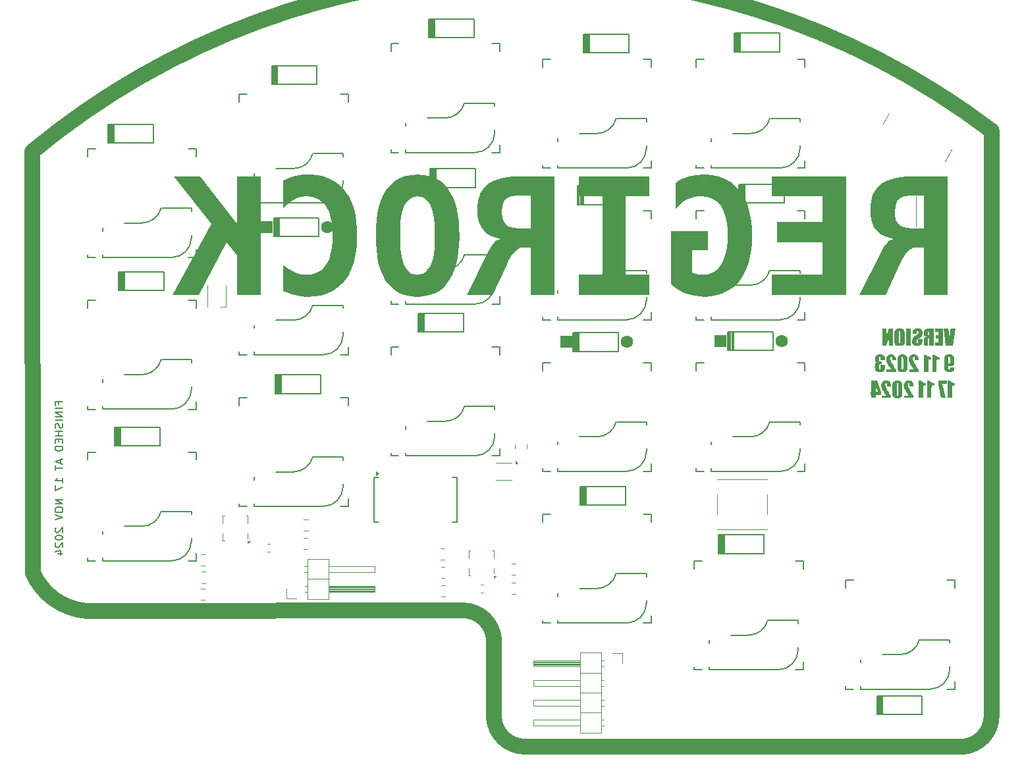
<source format=gbr>
%TF.GenerationSoftware,KiCad,Pcbnew,8.0.2*%
%TF.CreationDate,2025-01-19T21:46:12+07:00*%
%TF.ProjectId,sudi-keyboard,73756469-2d6b-4657-9962-6f6172642e6b,1*%
%TF.SameCoordinates,Original*%
%TF.FileFunction,Legend,Bot*%
%TF.FilePolarity,Positive*%
%FSLAX46Y46*%
G04 Gerber Fmt 4.6, Leading zero omitted, Abs format (unit mm)*
G04 Created by KiCad (PCBNEW 8.0.2) date 2025-01-19 21:46:12*
%MOMM*%
%LPD*%
G01*
G04 APERTURE LIST*
%ADD10C,2.000000*%
%ADD11C,0.150000*%
%ADD12C,0.200000*%
%ADD13C,0.120000*%
%ADD14R,1.600000X1.600000*%
%ADD15C,1.600000*%
G04 APERTURE END LIST*
D10*
X163845848Y-127473177D02*
G75*
G02*
X167845823Y-131230982I52J-4007723D01*
G01*
X228068985Y-145015848D02*
X171834116Y-144996791D01*
X171834116Y-144996791D02*
G75*
G02*
X167834207Y-141238981I-16J4007691D01*
G01*
X108472994Y-68476942D02*
X108541399Y-122607559D01*
X108472994Y-68476942D02*
G75*
G02*
X231839981Y-65809986I63366986J-76540838D01*
G01*
X167845847Y-131230981D02*
X167834117Y-141238987D01*
X231826789Y-141015849D02*
G75*
G02*
X228068981Y-145015791I-4007689J-51D01*
G01*
X231826789Y-141015849D02*
X231839982Y-65809985D01*
X115387389Y-127540496D02*
G75*
G02*
X108541410Y-122607554I750011J8257796D01*
G01*
X163845848Y-127473177D02*
X115387389Y-127540496D01*
D11*
G36*
X225660607Y-91220321D02*
G01*
X225954675Y-93440000D01*
X226832484Y-93440000D01*
X227166608Y-91220321D01*
X226556489Y-91220321D01*
X226543478Y-91333832D01*
X226530943Y-91445390D01*
X226518886Y-91554994D01*
X226507305Y-91662644D01*
X226496201Y-91768340D01*
X226485575Y-91872083D01*
X226475426Y-91973871D01*
X226465753Y-92073705D01*
X226456558Y-92171585D01*
X226443659Y-92314742D01*
X226431834Y-92453503D01*
X226421082Y-92587867D01*
X226411403Y-92717834D01*
X226405547Y-92802037D01*
X226396995Y-92677353D01*
X226388374Y-92555726D01*
X226379684Y-92437156D01*
X226370926Y-92321642D01*
X226362099Y-92209185D01*
X226353203Y-92099786D01*
X226344239Y-91993443D01*
X226335205Y-91890157D01*
X226326103Y-91789927D01*
X226313861Y-91661043D01*
X226310781Y-91629672D01*
X226270725Y-91220321D01*
X225660607Y-91220321D01*
G37*
G36*
X225569260Y-91220321D02*
G01*
X224604501Y-91220321D01*
X224604501Y-91658004D01*
X224990893Y-91658004D01*
X224990893Y-92064424D01*
X224629413Y-92064424D01*
X224629413Y-92502107D01*
X224990893Y-92502107D01*
X224990893Y-93002316D01*
X224566399Y-93002316D01*
X224566399Y-93440000D01*
X225569260Y-93440000D01*
X225569260Y-91220321D01*
G37*
G36*
X224406664Y-93440000D02*
G01*
X223828297Y-93440000D01*
X223828297Y-92439581D01*
X223774197Y-92442237D01*
X223680774Y-92482079D01*
X223669735Y-92507170D01*
X223655209Y-92604700D01*
X223652442Y-92702875D01*
X223652442Y-93440000D01*
X223115108Y-93440000D01*
X223115108Y-92855282D01*
X223115122Y-92838695D01*
X223116024Y-92734016D01*
X223119244Y-92628829D01*
X223129762Y-92527020D01*
X223146707Y-92480743D01*
X223203035Y-92396594D01*
X223245170Y-92358757D01*
X223337411Y-92312153D01*
X223433600Y-92282777D01*
X223356664Y-92271480D01*
X223259944Y-92240032D01*
X223179588Y-92175799D01*
X223154463Y-92128555D01*
X223129276Y-92032842D01*
X223118193Y-91932367D01*
X223115108Y-91827020D01*
X223115197Y-91809402D01*
X223116922Y-91769378D01*
X223652442Y-91769378D01*
X223652442Y-91892965D01*
X223656258Y-91973947D01*
X223691521Y-92068820D01*
X223729073Y-92085192D01*
X223828297Y-92095687D01*
X223828297Y-91595478D01*
X223787478Y-91597090D01*
X223690544Y-91629183D01*
X223664498Y-91672366D01*
X223652442Y-91769378D01*
X223116922Y-91769378D01*
X223119479Y-91710049D01*
X223132592Y-91607898D01*
X223158283Y-91509300D01*
X223206454Y-91413272D01*
X223268794Y-91341698D01*
X223349488Y-91285225D01*
X223442882Y-91252072D01*
X223483281Y-91244630D01*
X223588855Y-91232723D01*
X223689714Y-91226398D01*
X223787957Y-91222832D01*
X223899104Y-91220817D01*
X223997313Y-91220321D01*
X224406664Y-91220321D01*
X224406664Y-93440000D01*
G37*
G36*
X221674563Y-91908108D02*
G01*
X222211898Y-91908108D01*
X222211898Y-91743000D01*
X222217688Y-91644087D01*
X222232414Y-91595966D01*
X222301290Y-91564214D01*
X222379937Y-91604270D01*
X222406147Y-91700600D01*
X222406803Y-91724926D01*
X222397221Y-91825356D01*
X222376517Y-91881242D01*
X222304923Y-91954567D01*
X222221197Y-92011880D01*
X222212875Y-92017041D01*
X222120864Y-92075399D01*
X222037783Y-92130797D01*
X221946490Y-92195879D01*
X221869150Y-92256334D01*
X221794761Y-92322772D01*
X221726831Y-92400990D01*
X221678424Y-92496075D01*
X221648695Y-92604145D01*
X221632950Y-92716888D01*
X221627083Y-92827032D01*
X221626692Y-92866517D01*
X221630172Y-92975602D01*
X221642408Y-93080003D01*
X221669327Y-93181262D01*
X221682379Y-93210900D01*
X221744716Y-93294793D01*
X221824162Y-93356713D01*
X221897313Y-93396524D01*
X221991023Y-93432653D01*
X222093003Y-93456957D01*
X222190593Y-93468635D01*
X222268073Y-93471263D01*
X222366528Y-93467055D01*
X222471034Y-93451943D01*
X222566990Y-93425839D01*
X222664724Y-93383335D01*
X222748083Y-93330089D01*
X222819677Y-93262045D01*
X222872865Y-93176397D01*
X222879658Y-93159609D01*
X222906448Y-93063266D01*
X222922076Y-92957470D01*
X222929220Y-92848248D01*
X222930460Y-92772728D01*
X222930460Y-92627159D01*
X222393126Y-92627159D01*
X222393126Y-92898757D01*
X222388188Y-92996810D01*
X222370655Y-93060446D01*
X222290055Y-93096106D01*
X222204570Y-93051165D01*
X222177594Y-92953945D01*
X222176238Y-92917320D01*
X222180489Y-92818114D01*
X222199379Y-92719138D01*
X222229972Y-92661842D01*
X222308604Y-92594683D01*
X222391642Y-92536104D01*
X222473804Y-92482209D01*
X222500104Y-92465471D01*
X222587599Y-92408947D01*
X222670535Y-92352992D01*
X222754861Y-92291110D01*
X222786357Y-92264703D01*
X222850226Y-92189110D01*
X222899235Y-92096281D01*
X222902128Y-92089337D01*
X222931858Y-91988128D01*
X222945176Y-91886371D01*
X222948046Y-91803084D01*
X222944937Y-91699711D01*
X222933770Y-91597426D01*
X222908392Y-91493356D01*
X222883077Y-91436231D01*
X222822718Y-91356181D01*
X222739829Y-91290418D01*
X222672051Y-91254515D01*
X222575155Y-91219996D01*
X222477834Y-91199860D01*
X222370930Y-91190080D01*
X222320341Y-91189057D01*
X222211898Y-91193606D01*
X222111758Y-91207254D01*
X222009027Y-91233481D01*
X221936392Y-91261842D01*
X221847663Y-91311005D01*
X221768895Y-91379699D01*
X221726343Y-91445024D01*
X221696863Y-91539162D01*
X221681845Y-91643319D01*
X221675827Y-91741212D01*
X221674563Y-91820181D01*
X221674563Y-91908108D01*
G37*
G36*
X220873935Y-91220321D02*
G01*
X220873935Y-93440000D01*
X221452302Y-93440000D01*
X221452302Y-91220321D01*
X220873935Y-91220321D01*
G37*
G36*
X220029115Y-91189594D02*
G01*
X220128995Y-91197644D01*
X220231271Y-91217918D01*
X220324389Y-91250118D01*
X220399200Y-91288402D01*
X220478147Y-91346632D01*
X220548604Y-91424508D01*
X220585942Y-91482882D01*
X220626265Y-91575938D01*
X220647766Y-91675589D01*
X220653079Y-91733830D01*
X220658452Y-91832534D01*
X220661551Y-91938636D01*
X220663016Y-92044240D01*
X220663398Y-92142581D01*
X220663398Y-92517739D01*
X220663335Y-92559201D01*
X220662390Y-92674084D01*
X220660312Y-92774714D01*
X220655779Y-92886715D01*
X220647278Y-92991081D01*
X220634608Y-93057485D01*
X220599231Y-93152396D01*
X220544207Y-93241674D01*
X220484473Y-93307839D01*
X220406313Y-93367728D01*
X220315108Y-93414110D01*
X220288133Y-93424324D01*
X220193565Y-93451114D01*
X220091842Y-93466742D01*
X219994173Y-93471263D01*
X219959322Y-93470730D01*
X219859717Y-93462745D01*
X219757745Y-93442633D01*
X219664933Y-93410690D01*
X219589886Y-93372171D01*
X219510755Y-93313756D01*
X219440230Y-93235812D01*
X219402922Y-93177438D01*
X219362759Y-93084382D01*
X219341556Y-92984731D01*
X219336077Y-92926490D01*
X219330536Y-92827786D01*
X219327340Y-92721684D01*
X219325829Y-92616080D01*
X219325436Y-92517739D01*
X219325436Y-92142581D01*
X219325501Y-92101119D01*
X219326474Y-91986236D01*
X219328615Y-91885606D01*
X219332138Y-91801130D01*
X219903803Y-91801130D01*
X219903803Y-92801549D01*
X219903949Y-92836395D01*
X219906982Y-92942933D01*
X219920411Y-93045303D01*
X219995638Y-93096106D01*
X220069399Y-93051653D01*
X220076238Y-93020360D01*
X220083504Y-92921959D01*
X220085031Y-92817669D01*
X220085031Y-91801130D01*
X220082203Y-91701141D01*
X220061095Y-91598408D01*
X219991730Y-91564214D01*
X219920900Y-91606713D01*
X219906207Y-91702349D01*
X219903803Y-91801130D01*
X219332138Y-91801130D01*
X219333286Y-91773605D01*
X219342044Y-91669239D01*
X219354531Y-91602866D01*
X219389862Y-91508115D01*
X219445115Y-91419134D01*
X219504592Y-91352759D01*
X219582579Y-91292860D01*
X219673726Y-91246699D01*
X219691636Y-91239719D01*
X219785421Y-91211574D01*
X219886267Y-91194686D01*
X219994173Y-91189057D01*
X220029115Y-91189594D01*
G37*
G36*
X217825785Y-91220321D02*
G01*
X217825785Y-93440000D01*
X218332833Y-93440000D01*
X218633740Y-92430788D01*
X218633740Y-93440000D01*
X219117341Y-93440000D01*
X219117341Y-91220321D01*
X218633740Y-91220321D01*
X218309385Y-92219762D01*
X218309385Y-91220321D01*
X217825785Y-91220321D01*
G37*
G36*
X226419182Y-94549110D02*
G01*
X226526439Y-94555407D01*
X226625205Y-94572198D01*
X226724040Y-94602791D01*
X226780647Y-94628189D01*
X226864636Y-94681518D01*
X226937020Y-94753244D01*
X226955285Y-94777699D01*
X227004906Y-94867619D01*
X227032274Y-94964270D01*
X227036625Y-94994595D01*
X227045598Y-95097271D01*
X227049677Y-95202315D01*
X227050837Y-95311584D01*
X227050837Y-95488904D01*
X227050806Y-95501098D01*
X227047784Y-95603717D01*
X227038625Y-95702693D01*
X227019574Y-95800558D01*
X227001615Y-95849428D01*
X226946683Y-95931876D01*
X226871074Y-95998394D01*
X226802583Y-96038301D01*
X226702485Y-96071194D01*
X226601919Y-96080949D01*
X226586808Y-96080765D01*
X226489689Y-96069225D01*
X226397243Y-96034054D01*
X226328972Y-95979786D01*
X226273656Y-95893370D01*
X226273656Y-96254361D01*
X226273990Y-96325439D01*
X226277076Y-96423377D01*
X226307850Y-96492254D01*
X226377704Y-96518632D01*
X226458304Y-96492254D01*
X226492009Y-96426308D01*
X226495272Y-96340810D01*
X226495917Y-96237264D01*
X227050837Y-96237264D01*
X227050583Y-96261427D01*
X227043160Y-96363690D01*
X227022857Y-96464898D01*
X226985868Y-96561130D01*
X226930996Y-96642643D01*
X226856383Y-96710534D01*
X226771423Y-96760432D01*
X226691556Y-96791420D01*
X226588859Y-96815699D01*
X226486155Y-96827873D01*
X226387473Y-96831263D01*
X226352335Y-96830743D01*
X226251712Y-96822951D01*
X226148339Y-96803325D01*
X226053838Y-96772156D01*
X225969335Y-96729490D01*
X225889937Y-96669333D01*
X225824738Y-96595324D01*
X225787094Y-96535332D01*
X225747916Y-96442023D01*
X225729483Y-96344731D01*
X225724052Y-96249749D01*
X225721057Y-96147505D01*
X225719345Y-96040108D01*
X225718522Y-95936680D01*
X225718248Y-95820586D01*
X225718248Y-95515282D01*
X225718446Y-95428362D01*
X225719253Y-95330102D01*
X225721039Y-95227429D01*
X225724251Y-95128653D01*
X225725071Y-95116189D01*
X226273656Y-95116189D01*
X226273656Y-95547522D01*
X226276831Y-95627367D01*
X226300523Y-95723377D01*
X226385031Y-95768318D01*
X226459769Y-95733147D01*
X226489951Y-95650504D01*
X226495917Y-95547522D01*
X226495917Y-95101535D01*
X226490559Y-94995930D01*
X226457815Y-94899302D01*
X226383565Y-94861688D01*
X226299057Y-94910537D01*
X226295981Y-94917007D01*
X226277228Y-95013539D01*
X226273656Y-95116189D01*
X225725071Y-95116189D01*
X225730949Y-95026796D01*
X225739447Y-94972029D01*
X225771974Y-94873420D01*
X225821318Y-94785973D01*
X225870421Y-94725652D01*
X225951880Y-94658447D01*
X226042602Y-94610118D01*
X226098908Y-94589367D01*
X226193928Y-94566290D01*
X226301622Y-94552874D01*
X226407990Y-94549057D01*
X226419182Y-94549110D01*
G37*
G36*
X224186357Y-94580321D02*
G01*
X224186357Y-96800000D01*
X224741765Y-96800000D01*
X224741765Y-95594905D01*
X224742373Y-95490740D01*
X224744940Y-95386078D01*
X224752928Y-95288705D01*
X224754466Y-95281297D01*
X224818927Y-95203379D01*
X224822365Y-95201674D01*
X224919754Y-95180330D01*
X225024056Y-95174747D01*
X225070027Y-95174319D01*
X225124738Y-95174319D01*
X225124738Y-94932030D01*
X225027140Y-94907835D01*
X224913665Y-94869648D01*
X224809659Y-94822636D01*
X224715122Y-94766799D01*
X224630054Y-94702137D01*
X224554456Y-94628649D01*
X224513642Y-94580321D01*
X224186357Y-94580321D01*
G37*
G36*
X223121458Y-94580321D02*
G01*
X223121458Y-96800000D01*
X223676866Y-96800000D01*
X223676866Y-95594905D01*
X223677474Y-95490740D01*
X223680041Y-95386078D01*
X223688029Y-95288705D01*
X223689567Y-95281297D01*
X223754028Y-95203379D01*
X223757466Y-95201674D01*
X223854855Y-95180330D01*
X223959158Y-95174747D01*
X224005129Y-95174319D01*
X224059839Y-95174319D01*
X224059839Y-94932030D01*
X223962241Y-94907835D01*
X223848766Y-94869648D01*
X223744760Y-94822636D01*
X223650223Y-94766799D01*
X223565156Y-94702137D01*
X223489557Y-94628649D01*
X223448743Y-94580321D01*
X223121458Y-94580321D01*
G37*
G36*
X221223691Y-96487369D02*
G01*
X221223691Y-96800000D01*
X222444905Y-96800000D01*
X222444905Y-96549895D01*
X222378788Y-96436167D01*
X222316113Y-96327993D01*
X222256880Y-96225370D01*
X222201090Y-96128301D01*
X222148742Y-96036784D01*
X222099836Y-95950821D01*
X222032932Y-95832286D01*
X221973772Y-95726245D01*
X221922358Y-95632698D01*
X221865854Y-95527402D01*
X221814587Y-95427017D01*
X221800104Y-95396580D01*
X221760133Y-95304230D01*
X221726474Y-95210135D01*
X221702431Y-95109690D01*
X221697522Y-95050732D01*
X221709734Y-94950554D01*
X221728785Y-94908583D01*
X221814824Y-94861871D01*
X221822575Y-94861688D01*
X221912820Y-94906339D01*
X221916852Y-94912491D01*
X221942548Y-95007950D01*
X221947627Y-95113747D01*
X221947627Y-95330635D01*
X222444905Y-95330635D01*
X222444905Y-95251500D01*
X222443045Y-95144853D01*
X222436701Y-95044953D01*
X222425854Y-94963293D01*
X222395300Y-94865126D01*
X222344704Y-94774859D01*
X222331088Y-94755687D01*
X222262152Y-94680959D01*
X222178383Y-94622678D01*
X222134717Y-94601325D01*
X222037127Y-94569475D01*
X221935841Y-94553192D01*
X221844556Y-94549057D01*
X221745147Y-94553172D01*
X221636245Y-94568971D01*
X221538678Y-94596620D01*
X221439174Y-94643854D01*
X221355098Y-94707217D01*
X221344347Y-94717585D01*
X221278110Y-94795617D01*
X221228141Y-94882250D01*
X221194441Y-94977486D01*
X221177010Y-95081324D01*
X221174354Y-95144521D01*
X221180338Y-95243898D01*
X221198290Y-95346144D01*
X221228210Y-95451260D01*
X221264207Y-95545591D01*
X221270097Y-95559246D01*
X221318887Y-95658405D01*
X221379511Y-95767431D01*
X221441079Y-95871929D01*
X221494879Y-95960380D01*
X221555213Y-96057470D01*
X221622082Y-96163197D01*
X221695485Y-96277563D01*
X221775422Y-96400567D01*
X221832344Y-96487369D01*
X221223691Y-96487369D01*
G37*
G36*
X220452357Y-94552252D02*
G01*
X220553840Y-94566448D01*
X220658082Y-94595995D01*
X220751814Y-94639916D01*
X220771069Y-94651508D01*
X220855151Y-94716509D01*
X220918912Y-94793245D01*
X220962351Y-94881716D01*
X220971779Y-94911266D01*
X220994500Y-95015989D01*
X221006401Y-95114109D01*
X221013253Y-95226816D01*
X221015108Y-95335031D01*
X221015108Y-96102442D01*
X221014980Y-96130955D01*
X221011912Y-96235201D01*
X221002323Y-96343441D01*
X220982379Y-96440963D01*
X220970902Y-96474002D01*
X220927091Y-96563975D01*
X220871004Y-96644173D01*
X220834049Y-96683843D01*
X220751898Y-96744617D01*
X220660467Y-96785833D01*
X220643719Y-96791335D01*
X220542261Y-96815247D01*
X220436301Y-96827669D01*
X220329762Y-96831263D01*
X220255879Y-96828545D01*
X220151923Y-96814280D01*
X220056210Y-96787787D01*
X220011668Y-96769526D01*
X219923762Y-96716529D01*
X219847627Y-96645150D01*
X219821910Y-96613803D01*
X219768664Y-96528955D01*
X219733321Y-96432170D01*
X219722662Y-96375686D01*
X219711977Y-96272532D01*
X219707275Y-96170980D01*
X219705966Y-96068248D01*
X219705966Y-95335031D01*
X219706189Y-95289421D01*
X219708968Y-95179466D01*
X219712058Y-95133286D01*
X220260886Y-95133286D01*
X220260886Y-96256803D01*
X220260905Y-96267098D01*
X220264111Y-96372554D01*
X220280425Y-96471249D01*
X220361025Y-96518632D01*
X220441625Y-96478087D01*
X220451414Y-96437387D01*
X220458720Y-96338547D01*
X220460188Y-96239706D01*
X220460188Y-95133286D01*
X220460110Y-95111921D01*
X220456883Y-95012078D01*
X220440160Y-94910048D01*
X220358583Y-94861688D01*
X220277983Y-94907117D01*
X220271321Y-94933468D01*
X220262555Y-95033538D01*
X220260886Y-95133286D01*
X219712058Y-95133286D01*
X219715888Y-95076057D01*
X219731367Y-94971598D01*
X219738443Y-94943387D01*
X219774627Y-94850423D01*
X219828576Y-94766434D01*
X219874450Y-94717292D01*
X219953528Y-94658742D01*
X220043998Y-94612072D01*
X220071357Y-94600811D01*
X220167451Y-94571273D01*
X220271082Y-94554042D01*
X220370795Y-94549057D01*
X220452357Y-94552252D01*
G37*
G36*
X218318178Y-96487369D02*
G01*
X218318178Y-96800000D01*
X219539392Y-96800000D01*
X219539392Y-96549895D01*
X219473275Y-96436167D01*
X219410600Y-96327993D01*
X219351367Y-96225370D01*
X219295577Y-96128301D01*
X219243229Y-96036784D01*
X219194323Y-95950821D01*
X219127419Y-95832286D01*
X219068259Y-95726245D01*
X219016845Y-95632698D01*
X218960341Y-95527402D01*
X218909074Y-95427017D01*
X218894591Y-95396580D01*
X218854620Y-95304230D01*
X218820961Y-95210135D01*
X218796918Y-95109690D01*
X218792009Y-95050732D01*
X218804221Y-94950554D01*
X218823272Y-94908583D01*
X218909311Y-94861871D01*
X218917062Y-94861688D01*
X219007307Y-94906339D01*
X219011339Y-94912491D01*
X219037035Y-95007950D01*
X219042114Y-95113747D01*
X219042114Y-95330635D01*
X219539392Y-95330635D01*
X219539392Y-95251500D01*
X219537532Y-95144853D01*
X219531188Y-95044953D01*
X219520341Y-94963293D01*
X219489787Y-94865126D01*
X219439191Y-94774859D01*
X219425575Y-94755687D01*
X219356640Y-94680959D01*
X219272870Y-94622678D01*
X219229204Y-94601325D01*
X219131614Y-94569475D01*
X219030328Y-94553192D01*
X218939043Y-94549057D01*
X218839634Y-94553172D01*
X218730732Y-94568971D01*
X218633165Y-94596620D01*
X218533661Y-94643854D01*
X218449586Y-94707217D01*
X218438834Y-94717585D01*
X218372597Y-94795617D01*
X218322628Y-94882250D01*
X218288928Y-94977486D01*
X218271497Y-95081324D01*
X218268841Y-95144521D01*
X218274825Y-95243898D01*
X218292777Y-95346144D01*
X218322697Y-95451260D01*
X218358694Y-95545591D01*
X218364584Y-95559246D01*
X218413374Y-95658405D01*
X218473998Y-95767431D01*
X218535566Y-95871929D01*
X218589366Y-95960380D01*
X218649700Y-96057470D01*
X218716569Y-96163197D01*
X218789972Y-96277563D01*
X218869909Y-96400567D01*
X218926831Y-96487369D01*
X218318178Y-96487369D01*
G37*
G36*
X217067166Y-95565108D02*
G01*
X216975093Y-95607551D01*
X216899920Y-95672733D01*
X216879099Y-95700907D01*
X216843779Y-95795287D01*
X216827300Y-95901486D01*
X216820030Y-96001893D01*
X216817122Y-96120091D01*
X216817062Y-96141521D01*
X216819960Y-96248631D01*
X216830371Y-96357533D01*
X216851133Y-96462822D01*
X216877634Y-96541102D01*
X216929389Y-96630806D01*
X217002039Y-96704464D01*
X217086217Y-96757501D01*
X217187187Y-96796399D01*
X217292009Y-96819089D01*
X217396277Y-96829462D01*
X217466748Y-96831263D01*
X217576729Y-96827125D01*
X217675865Y-96814713D01*
X217775883Y-96790396D01*
X217871469Y-96750120D01*
X217880983Y-96744801D01*
X217964951Y-96686688D01*
X218034065Y-96614059D01*
X218078820Y-96532309D01*
X218103807Y-96435814D01*
X218117134Y-96332652D01*
X218123936Y-96223452D01*
X218126157Y-96115787D01*
X218126203Y-96096580D01*
X218126203Y-95924633D01*
X217571284Y-95924633D01*
X217571284Y-96291974D01*
X217568462Y-96393784D01*
X217554187Y-96479064D01*
X217477983Y-96518632D01*
X217392498Y-96469295D01*
X217376489Y-96371274D01*
X217372482Y-96271497D01*
X217371981Y-96209909D01*
X217371981Y-96055059D01*
X217377498Y-95956257D01*
X217400802Y-95867969D01*
X217469259Y-95796614D01*
X217486287Y-95789811D01*
X217583024Y-95773874D01*
X217684782Y-95768745D01*
X217704640Y-95768318D01*
X217704640Y-95455687D01*
X217605297Y-95454412D01*
X217503958Y-95448068D01*
X217459909Y-95439567D01*
X217392498Y-95369225D01*
X217374406Y-95270910D01*
X217371981Y-95198255D01*
X217371981Y-95065875D01*
X217377241Y-94967773D01*
X217395917Y-94901744D01*
X217471144Y-94861688D01*
X217550279Y-94905652D01*
X217568801Y-95006481D01*
X217571284Y-95093719D01*
X217571284Y-95299371D01*
X218126203Y-95299371D01*
X218126203Y-95104954D01*
X218121086Y-94990025D01*
X218105733Y-94889967D01*
X218074885Y-94792030D01*
X218022571Y-94704889D01*
X217980635Y-94663852D01*
X217885151Y-94608360D01*
X217792079Y-94577756D01*
X217682551Y-94558138D01*
X217575573Y-94550066D01*
X217517550Y-94549057D01*
X217399693Y-94552874D01*
X217294335Y-94564323D01*
X217184403Y-94588136D01*
X217092468Y-94622941D01*
X217007958Y-94677438D01*
X216979239Y-94705373D01*
X216917262Y-94791163D01*
X216872993Y-94892219D01*
X216848784Y-94993164D01*
X216838131Y-95105798D01*
X216837578Y-95140125D01*
X216842539Y-95247506D01*
X216861590Y-95349539D01*
X216888381Y-95412212D01*
X216952967Y-95487409D01*
X217036376Y-95547545D01*
X217067166Y-95565108D01*
G37*
G36*
X226195010Y-97940321D02*
G01*
X226195010Y-100160000D01*
X226750418Y-100160000D01*
X226750418Y-98954905D01*
X226751026Y-98850740D01*
X226753593Y-98746078D01*
X226761581Y-98648705D01*
X226763119Y-98641297D01*
X226827580Y-98563379D01*
X226831018Y-98561674D01*
X226928407Y-98540330D01*
X227032710Y-98534747D01*
X227078681Y-98534319D01*
X227133391Y-98534319D01*
X227133391Y-98292030D01*
X227035793Y-98267835D01*
X226922318Y-98229648D01*
X226818312Y-98182636D01*
X226723775Y-98126799D01*
X226638708Y-98062137D01*
X226563109Y-97988649D01*
X226522295Y-97940321D01*
X226195010Y-97940321D01*
G37*
G36*
X225007990Y-97940321D02*
G01*
X225007990Y-98440530D01*
X225362630Y-100160000D01*
X225914619Y-100160000D01*
X225520411Y-98346741D01*
X226068492Y-98346741D01*
X226068492Y-97940321D01*
X225007990Y-97940321D01*
G37*
G36*
X223541556Y-97940321D02*
G01*
X223541556Y-100160000D01*
X224096964Y-100160000D01*
X224096964Y-98954905D01*
X224097572Y-98850740D01*
X224100139Y-98746078D01*
X224108127Y-98648705D01*
X224109665Y-98641297D01*
X224174126Y-98563379D01*
X224177564Y-98561674D01*
X224274953Y-98540330D01*
X224379255Y-98534747D01*
X224425226Y-98534319D01*
X224479937Y-98534319D01*
X224479937Y-98292030D01*
X224382339Y-98267835D01*
X224268864Y-98229648D01*
X224164858Y-98182636D01*
X224070321Y-98126799D01*
X223985253Y-98062137D01*
X223909655Y-97988649D01*
X223868841Y-97940321D01*
X223541556Y-97940321D01*
G37*
G36*
X222476657Y-97940321D02*
G01*
X222476657Y-100160000D01*
X223032065Y-100160000D01*
X223032065Y-98954905D01*
X223032673Y-98850740D01*
X223035240Y-98746078D01*
X223043228Y-98648705D01*
X223044766Y-98641297D01*
X223109227Y-98563379D01*
X223112665Y-98561674D01*
X223210054Y-98540330D01*
X223314356Y-98534747D01*
X223360327Y-98534319D01*
X223415038Y-98534319D01*
X223415038Y-98292030D01*
X223317440Y-98267835D01*
X223203965Y-98229648D01*
X223099959Y-98182636D01*
X223005422Y-98126799D01*
X222920355Y-98062137D01*
X222844756Y-97988649D01*
X222803942Y-97940321D01*
X222476657Y-97940321D01*
G37*
G36*
X220578890Y-99847369D02*
G01*
X220578890Y-100160000D01*
X221800104Y-100160000D01*
X221800104Y-99909895D01*
X221733987Y-99796167D01*
X221671312Y-99687993D01*
X221612079Y-99585370D01*
X221556289Y-99488301D01*
X221503941Y-99396784D01*
X221455035Y-99310821D01*
X221388130Y-99192286D01*
X221328971Y-99086245D01*
X221277557Y-98992698D01*
X221221053Y-98887402D01*
X221169786Y-98787017D01*
X221155303Y-98756580D01*
X221115332Y-98664230D01*
X221081672Y-98570135D01*
X221057630Y-98469690D01*
X221052721Y-98410732D01*
X221064933Y-98310554D01*
X221083984Y-98268583D01*
X221170023Y-98221871D01*
X221177773Y-98221688D01*
X221268019Y-98266339D01*
X221272051Y-98272491D01*
X221297747Y-98367950D01*
X221302826Y-98473747D01*
X221302826Y-98690635D01*
X221800104Y-98690635D01*
X221800104Y-98611500D01*
X221798244Y-98504853D01*
X221791900Y-98404953D01*
X221781053Y-98323293D01*
X221750499Y-98225126D01*
X221699903Y-98134859D01*
X221686287Y-98115687D01*
X221617351Y-98040959D01*
X221533582Y-97982678D01*
X221489916Y-97961325D01*
X221392325Y-97929475D01*
X221291040Y-97913192D01*
X221199755Y-97909057D01*
X221100346Y-97913172D01*
X220991444Y-97928971D01*
X220893876Y-97956620D01*
X220794373Y-98003854D01*
X220710297Y-98067217D01*
X220699546Y-98077585D01*
X220633308Y-98155617D01*
X220583340Y-98242250D01*
X220549640Y-98337486D01*
X220532209Y-98441324D01*
X220529553Y-98504521D01*
X220535537Y-98603898D01*
X220553489Y-98706144D01*
X220583408Y-98811260D01*
X220619406Y-98905591D01*
X220625296Y-98919246D01*
X220674085Y-99018405D01*
X220734710Y-99127431D01*
X220796278Y-99231929D01*
X220850078Y-99320380D01*
X220910412Y-99417470D01*
X220977281Y-99523197D01*
X221050684Y-99637563D01*
X221130621Y-99760567D01*
X221187543Y-99847369D01*
X220578890Y-99847369D01*
G37*
G36*
X219807556Y-97912252D02*
G01*
X219909039Y-97926448D01*
X220013281Y-97955995D01*
X220107013Y-97999916D01*
X220126268Y-98011508D01*
X220210350Y-98076509D01*
X220274111Y-98153245D01*
X220317550Y-98241716D01*
X220326978Y-98271266D01*
X220349699Y-98375989D01*
X220361600Y-98474109D01*
X220368452Y-98586816D01*
X220370307Y-98695031D01*
X220370307Y-99462442D01*
X220370179Y-99490955D01*
X220367110Y-99595201D01*
X220357522Y-99703441D01*
X220337578Y-99800963D01*
X220326101Y-99834002D01*
X220282289Y-99923975D01*
X220226203Y-100004173D01*
X220189248Y-100043843D01*
X220107097Y-100104617D01*
X220015666Y-100145833D01*
X219998918Y-100151335D01*
X219897460Y-100175247D01*
X219791500Y-100187669D01*
X219684961Y-100191263D01*
X219611078Y-100188545D01*
X219507122Y-100174280D01*
X219411409Y-100147787D01*
X219366867Y-100129526D01*
X219278961Y-100076529D01*
X219202826Y-100005150D01*
X219177109Y-99973803D01*
X219123863Y-99888955D01*
X219088520Y-99792170D01*
X219077861Y-99735686D01*
X219067176Y-99632532D01*
X219062474Y-99530980D01*
X219061165Y-99428248D01*
X219061165Y-98695031D01*
X219061388Y-98649421D01*
X219064166Y-98539466D01*
X219067257Y-98493286D01*
X219616085Y-98493286D01*
X219616085Y-99616803D01*
X219616104Y-99627098D01*
X219619309Y-99732554D01*
X219635624Y-99831249D01*
X219716224Y-99878632D01*
X219796824Y-99838087D01*
X219806613Y-99797387D01*
X219813918Y-99698547D01*
X219815387Y-99599706D01*
X219815387Y-98493286D01*
X219815309Y-98471921D01*
X219812081Y-98372078D01*
X219795359Y-98270048D01*
X219713782Y-98221688D01*
X219633182Y-98267117D01*
X219626520Y-98293468D01*
X219617754Y-98393538D01*
X219616085Y-98493286D01*
X219067257Y-98493286D01*
X219071087Y-98436057D01*
X219086566Y-98331598D01*
X219093642Y-98303387D01*
X219129826Y-98210423D01*
X219183775Y-98126434D01*
X219229649Y-98077292D01*
X219308726Y-98018742D01*
X219399197Y-97972072D01*
X219426556Y-97960811D01*
X219522650Y-97931273D01*
X219626281Y-97914042D01*
X219725994Y-97909057D01*
X219807556Y-97912252D01*
G37*
G36*
X217673377Y-99847369D02*
G01*
X217673377Y-100160000D01*
X218894591Y-100160000D01*
X218894591Y-99909895D01*
X218828474Y-99796167D01*
X218765799Y-99687993D01*
X218706566Y-99585370D01*
X218650776Y-99488301D01*
X218598428Y-99396784D01*
X218549522Y-99310821D01*
X218482618Y-99192286D01*
X218423458Y-99086245D01*
X218372044Y-98992698D01*
X218315540Y-98887402D01*
X218264273Y-98787017D01*
X218249790Y-98756580D01*
X218209819Y-98664230D01*
X218176160Y-98570135D01*
X218152117Y-98469690D01*
X218147208Y-98410732D01*
X218159420Y-98310554D01*
X218178471Y-98268583D01*
X218264510Y-98221871D01*
X218272260Y-98221688D01*
X218362506Y-98266339D01*
X218366538Y-98272491D01*
X218392234Y-98367950D01*
X218397313Y-98473747D01*
X218397313Y-98690635D01*
X218894591Y-98690635D01*
X218894591Y-98611500D01*
X218892731Y-98504853D01*
X218886387Y-98404953D01*
X218875540Y-98323293D01*
X218844986Y-98225126D01*
X218794390Y-98134859D01*
X218780774Y-98115687D01*
X218711838Y-98040959D01*
X218628069Y-97982678D01*
X218584403Y-97961325D01*
X218486813Y-97929475D01*
X218385527Y-97913192D01*
X218294242Y-97909057D01*
X218194833Y-97913172D01*
X218085931Y-97928971D01*
X217988363Y-97956620D01*
X217888860Y-98003854D01*
X217804784Y-98067217D01*
X217794033Y-98077585D01*
X217727795Y-98155617D01*
X217677827Y-98242250D01*
X217644127Y-98337486D01*
X217626696Y-98441324D01*
X217624040Y-98504521D01*
X217630024Y-98603898D01*
X217647976Y-98706144D01*
X217677896Y-98811260D01*
X217713893Y-98905591D01*
X217719783Y-98919246D01*
X217768573Y-99018405D01*
X217829197Y-99127431D01*
X217890765Y-99231929D01*
X217944565Y-99320380D01*
X218004899Y-99417470D01*
X218071768Y-99523197D01*
X218145171Y-99637563D01*
X218225108Y-99760567D01*
X218282030Y-99847369D01*
X217673377Y-99847369D01*
G37*
G36*
X217604012Y-99378422D02*
G01*
X217604012Y-99753579D01*
X216944556Y-99753579D01*
X216944556Y-100160000D01*
X216389637Y-100160000D01*
X216389637Y-99753579D01*
X216231856Y-99753579D01*
X216231856Y-99378422D01*
X216389637Y-99378422D01*
X216944556Y-99378422D01*
X217189288Y-99378422D01*
X216944556Y-98431737D01*
X216944556Y-99378422D01*
X216389637Y-99378422D01*
X216389637Y-97940321D01*
X217124808Y-97940321D01*
X217604012Y-99378422D01*
G37*
D12*
G36*
X226137124Y-86900000D02*
G01*
X223110956Y-86900000D01*
X223110956Y-80803698D01*
X222147418Y-80803698D01*
X221766692Y-80854349D01*
X221121598Y-81232344D01*
X221037266Y-81316773D01*
X220592935Y-81904100D01*
X220238660Y-82551256D01*
X220026168Y-83005547D01*
X218179692Y-86900000D01*
X214856769Y-86900000D01*
X217626482Y-81400872D01*
X217720721Y-81216602D01*
X218084438Y-80572889D01*
X218436147Y-80103942D01*
X218557606Y-79995364D01*
X219223831Y-79682623D01*
X218637419Y-79570253D01*
X217919574Y-79301605D01*
X217569231Y-79088179D01*
X217010990Y-78572540D01*
X216726343Y-78168544D01*
X216432135Y-77495429D01*
X216283485Y-76776085D01*
X216252875Y-76227808D01*
X219370376Y-76227808D01*
X219377213Y-76491927D01*
X219513258Y-77246301D01*
X219901605Y-77865457D01*
X220216449Y-78086649D01*
X220914627Y-78311298D01*
X221685799Y-78371039D01*
X223110956Y-78371039D01*
X223110956Y-74091905D01*
X221685799Y-74091905D01*
X221314765Y-74103980D01*
X220563690Y-74231492D01*
X219901605Y-74586496D01*
X219748565Y-74754079D01*
X219445080Y-75454322D01*
X219370376Y-76227808D01*
X216252875Y-76227808D01*
X216241625Y-76026308D01*
X216256878Y-75553093D01*
X216353993Y-74799785D01*
X216560362Y-74066259D01*
X216622369Y-73909789D01*
X216989220Y-73256229D01*
X217523900Y-72696057D01*
X217780320Y-72510767D01*
X218492333Y-72149301D01*
X219229326Y-71918449D01*
X220083270Y-71760497D01*
X220884226Y-71684559D01*
X221766399Y-71659246D01*
X226137124Y-71659246D01*
X226137124Y-86900000D01*
G37*
G36*
X213145847Y-71659246D02*
G01*
X203609385Y-71659246D01*
X203609385Y-74238450D01*
X210119678Y-74238450D01*
X210119678Y-77521074D01*
X204224877Y-77521074D01*
X204224877Y-80100279D01*
X210119678Y-80100279D01*
X210119678Y-84320795D01*
X203609385Y-84320795D01*
X203609385Y-86900000D01*
X213145847Y-86900000D01*
X213145847Y-71659246D01*
G37*
G36*
X194853279Y-87134473D02*
G01*
X195743233Y-87084742D01*
X196567535Y-86935548D01*
X197326184Y-86686893D01*
X198019182Y-86338775D01*
X198646527Y-85891195D01*
X199208220Y-85344153D01*
X199414515Y-85097487D01*
X199862094Y-84442969D01*
X200208019Y-83776204D01*
X200500040Y-83035830D01*
X200612526Y-82683147D01*
X200798456Y-81929581D01*
X200931263Y-81108696D01*
X201003891Y-80335199D01*
X201035848Y-79510160D01*
X201037508Y-79264968D01*
X201011863Y-78337322D01*
X200934926Y-77466806D01*
X200806699Y-76653421D01*
X200627180Y-75897165D01*
X200396371Y-75198038D01*
X200035731Y-74404470D01*
X199594949Y-73700167D01*
X199396196Y-73443440D01*
X198849476Y-72861890D01*
X198235136Y-72378908D01*
X197553176Y-71994494D01*
X196803597Y-71708648D01*
X195986397Y-71521369D01*
X195101577Y-71432658D01*
X194728715Y-71424773D01*
X193950818Y-71469516D01*
X193200733Y-71603747D01*
X192863921Y-71695882D01*
X192153418Y-71962019D01*
X191486449Y-72307968D01*
X191193300Y-72494556D01*
X191193300Y-75857780D01*
X191694933Y-75308921D01*
X192297670Y-74839903D01*
X192647766Y-74641451D01*
X193336456Y-74380524D01*
X194086820Y-74252618D01*
X194453942Y-74238450D01*
X195265210Y-74316303D01*
X195966111Y-74549860D01*
X196622701Y-74998728D01*
X197036810Y-75484089D01*
X197408670Y-76195751D01*
X197646893Y-76946183D01*
X197786340Y-77684292D01*
X197866024Y-78509986D01*
X197886775Y-79264968D01*
X197866740Y-80006426D01*
X197789803Y-80822503D01*
X197655165Y-81558208D01*
X197425157Y-82314951D01*
X197066120Y-83045847D01*
X196596633Y-83617333D01*
X196087927Y-83991067D01*
X195392973Y-84248345D01*
X194666434Y-84320795D01*
X194248778Y-84302477D01*
X193856769Y-84229204D01*
X193519713Y-84122958D01*
X193292568Y-83980076D01*
X193292568Y-81126099D01*
X195366189Y-81126099D01*
X195366189Y-78693440D01*
X190647418Y-78693440D01*
X190647418Y-85577424D01*
X191267661Y-86061340D01*
X191929463Y-86455210D01*
X192567166Y-86735136D01*
X193275448Y-86952196D01*
X193655268Y-87031891D01*
X194420801Y-87122351D01*
X194853279Y-87134473D01*
G37*
G36*
X187841067Y-84320795D02*
G01*
X184792916Y-84320795D01*
X184792916Y-74238450D01*
X187841067Y-74238450D01*
X187841067Y-71659246D01*
X178722260Y-71659246D01*
X178722260Y-74238450D01*
X181770411Y-74238450D01*
X181770411Y-84320795D01*
X178722260Y-84320795D01*
X178722260Y-86900000D01*
X187841067Y-86900000D01*
X187841067Y-84320795D01*
G37*
G36*
X175608164Y-86900000D02*
G01*
X172581995Y-86900000D01*
X172581995Y-80803698D01*
X171618457Y-80803698D01*
X171237732Y-80854349D01*
X170592637Y-81232344D01*
X170508306Y-81316773D01*
X170063974Y-81904100D01*
X169709699Y-82551256D01*
X169497208Y-83005547D01*
X167650732Y-86900000D01*
X164327808Y-86900000D01*
X167097522Y-81400872D01*
X167191761Y-81216602D01*
X167555478Y-80572889D01*
X167907187Y-80103942D01*
X168028646Y-79995364D01*
X168694870Y-79682623D01*
X168108459Y-79570253D01*
X167390614Y-79301605D01*
X167040271Y-79088179D01*
X166482030Y-78572540D01*
X166197382Y-78168544D01*
X165903175Y-77495429D01*
X165754525Y-76776085D01*
X165723915Y-76227808D01*
X168841416Y-76227808D01*
X168848253Y-76491927D01*
X168984298Y-77246301D01*
X169372644Y-77865457D01*
X169687489Y-78086649D01*
X170385667Y-78311298D01*
X171156838Y-78371039D01*
X172581995Y-78371039D01*
X172581995Y-74091905D01*
X171156838Y-74091905D01*
X170785805Y-74103980D01*
X170034730Y-74231492D01*
X169372644Y-74586496D01*
X169219605Y-74754079D01*
X168916120Y-75454322D01*
X168841416Y-76227808D01*
X165723915Y-76227808D01*
X165712665Y-76026308D01*
X165727917Y-75553093D01*
X165825032Y-74799785D01*
X166031402Y-74066259D01*
X166093409Y-73909789D01*
X166460259Y-73256229D01*
X166994940Y-72696057D01*
X167251359Y-72510767D01*
X167963373Y-72149301D01*
X168700366Y-71918449D01*
X169554309Y-71760497D01*
X170355266Y-71684559D01*
X171237438Y-71659246D01*
X175608164Y-71659246D01*
X175608164Y-86900000D01*
G37*
G36*
X158781669Y-71470926D02*
G01*
X159566143Y-71628309D01*
X160297801Y-71897383D01*
X160965389Y-72286884D01*
X161557651Y-72810588D01*
X162030704Y-73403140D01*
X162114778Y-73531106D01*
X162495114Y-74224926D01*
X162808724Y-75008728D01*
X163055608Y-75882510D01*
X163205074Y-76646322D01*
X163311834Y-77467722D01*
X163375891Y-78346710D01*
X163397243Y-79283286D01*
X163395909Y-79524375D01*
X163363880Y-80451591D01*
X163289148Y-81319388D01*
X163171711Y-82127765D01*
X163011570Y-82876722D01*
X162751340Y-83729360D01*
X162424385Y-84489154D01*
X162030704Y-85156106D01*
X161594073Y-85708514D01*
X161036090Y-86216988D01*
X160396720Y-86621563D01*
X160271526Y-86683673D01*
X159527706Y-86953652D01*
X158770363Y-87093901D01*
X158022679Y-87134473D01*
X157937178Y-87133972D01*
X157122303Y-87073865D01*
X156380416Y-86913581D01*
X155648639Y-86621563D01*
X155057161Y-86256987D01*
X154484223Y-85754299D01*
X153992672Y-85145115D01*
X153909500Y-85018497D01*
X153533243Y-84330670D01*
X153222996Y-83551609D01*
X152978759Y-82681315D01*
X152830897Y-81919392D01*
X152725281Y-81099079D01*
X152661911Y-80220377D01*
X152640788Y-79283286D01*
X152640828Y-79275959D01*
X155787857Y-79275959D01*
X155796158Y-79924309D01*
X155839735Y-80807104D01*
X155920664Y-81582222D01*
X156062290Y-82350435D01*
X156319085Y-83122784D01*
X156670097Y-83701901D01*
X157294090Y-84179233D01*
X158022679Y-84320795D01*
X158685426Y-84203802D01*
X159320153Y-83754548D01*
X159715282Y-83122784D01*
X159947694Y-82448216D01*
X160096584Y-81700940D01*
X160183738Y-80943768D01*
X160233541Y-80078919D01*
X160246510Y-79275959D01*
X160238210Y-78629326D01*
X160194633Y-77748678D01*
X160113703Y-76975191D01*
X159972077Y-76208231D01*
X159715282Y-75436461D01*
X159404788Y-74912332D01*
X158798227Y-74406921D01*
X158022679Y-74238450D01*
X157354136Y-74355444D01*
X156715288Y-74804698D01*
X156319085Y-75436461D01*
X156086673Y-76110572D01*
X155937784Y-76856695D01*
X155850629Y-77612322D01*
X155800827Y-78475110D01*
X155787857Y-79275959D01*
X152640828Y-79275959D01*
X152642108Y-79042423D01*
X152673793Y-78116037D01*
X152747724Y-77248956D01*
X152863902Y-76441180D01*
X153022326Y-75692709D01*
X153279765Y-74840518D01*
X153603213Y-74080992D01*
X153992672Y-73414131D01*
X154356174Y-72947875D01*
X154976561Y-72365055D01*
X155687107Y-71922112D01*
X156487813Y-71619046D01*
X157223941Y-71473341D01*
X158022679Y-71424773D01*
X158781669Y-71470926D01*
G37*
G36*
X143924982Y-87134473D02*
G01*
X144669274Y-87102931D01*
X145536849Y-86974793D01*
X146334657Y-86748087D01*
X147062699Y-86422814D01*
X147720974Y-85998972D01*
X148309482Y-85476563D01*
X148629099Y-85115806D01*
X149098772Y-84438246D01*
X149488839Y-83674105D01*
X149799300Y-82823381D01*
X149990354Y-82080463D01*
X150130459Y-81282133D01*
X150219618Y-80428389D01*
X150257828Y-79519233D01*
X150259420Y-79283286D01*
X150233947Y-78356156D01*
X150157525Y-77485354D01*
X150030156Y-76670880D01*
X149851840Y-75912735D01*
X149622576Y-75210918D01*
X149264351Y-74412860D01*
X148826521Y-73702814D01*
X148629099Y-73443440D01*
X148082451Y-72861890D01*
X147466036Y-72378908D01*
X146779854Y-71994494D01*
X146023906Y-71708648D01*
X145198191Y-71521369D01*
X144302709Y-71432658D01*
X143924982Y-71424773D01*
X143161027Y-71461939D01*
X142433536Y-71573436D01*
X142232379Y-71618946D01*
X141505357Y-71846278D01*
X140821805Y-72157330D01*
X140733949Y-72205129D01*
X140733949Y-75707571D01*
X141298801Y-75194861D01*
X141561933Y-74996824D01*
X142189238Y-74616249D01*
X142250697Y-74586496D01*
X142946170Y-74338728D01*
X143016399Y-74322714D01*
X143747303Y-74238533D01*
X143771109Y-74238450D01*
X144542306Y-74317677D01*
X145291664Y-74596206D01*
X145915828Y-75075278D01*
X146262386Y-75506071D01*
X146634246Y-76227121D01*
X146872468Y-76980132D01*
X147011916Y-77716267D01*
X147091600Y-78536121D01*
X147112351Y-79283286D01*
X147091600Y-80032991D01*
X147011916Y-80853533D01*
X146872468Y-81587778D01*
X146634246Y-82335330D01*
X146262386Y-83045847D01*
X145721684Y-83662155D01*
X145055788Y-84076762D01*
X144264699Y-84289668D01*
X143771109Y-84320795D01*
X143041296Y-84249955D01*
X142335634Y-84037435D01*
X142243370Y-83998394D01*
X141576616Y-83645483D01*
X141532623Y-83617376D01*
X140923686Y-83167291D01*
X140733949Y-83009211D01*
X140733949Y-86379762D01*
X141423244Y-86691673D01*
X142144738Y-86919863D01*
X142243370Y-86943963D01*
X143005168Y-87080706D01*
X143758304Y-87132798D01*
X143924982Y-87134473D01*
G37*
G36*
X137876308Y-71659246D02*
G01*
X134850139Y-71659246D01*
X134850139Y-77810502D01*
X130113049Y-71659246D01*
X126687543Y-71659246D01*
X131516224Y-77788520D01*
X126511688Y-86900000D01*
X129874912Y-86900000D01*
X133505582Y-80133251D01*
X134850139Y-81807536D01*
X134850139Y-86900000D01*
X137876308Y-86900000D01*
X137876308Y-71659246D01*
G37*
D11*
X111896009Y-100970112D02*
X111896009Y-100636779D01*
X112419819Y-100636779D02*
X111419819Y-100636779D01*
X111419819Y-100636779D02*
X111419819Y-101112969D01*
X112419819Y-101493922D02*
X111419819Y-101493922D01*
X112419819Y-101970112D02*
X111419819Y-101970112D01*
X111419819Y-101970112D02*
X112419819Y-102541540D01*
X112419819Y-102541540D02*
X111419819Y-102541540D01*
X112419819Y-103017731D02*
X111419819Y-103017731D01*
X112372200Y-103446302D02*
X112419819Y-103589159D01*
X112419819Y-103589159D02*
X112419819Y-103827254D01*
X112419819Y-103827254D02*
X112372200Y-103922492D01*
X112372200Y-103922492D02*
X112324580Y-103970111D01*
X112324580Y-103970111D02*
X112229342Y-104017730D01*
X112229342Y-104017730D02*
X112134104Y-104017730D01*
X112134104Y-104017730D02*
X112038866Y-103970111D01*
X112038866Y-103970111D02*
X111991247Y-103922492D01*
X111991247Y-103922492D02*
X111943628Y-103827254D01*
X111943628Y-103827254D02*
X111896009Y-103636778D01*
X111896009Y-103636778D02*
X111848390Y-103541540D01*
X111848390Y-103541540D02*
X111800771Y-103493921D01*
X111800771Y-103493921D02*
X111705533Y-103446302D01*
X111705533Y-103446302D02*
X111610295Y-103446302D01*
X111610295Y-103446302D02*
X111515057Y-103493921D01*
X111515057Y-103493921D02*
X111467438Y-103541540D01*
X111467438Y-103541540D02*
X111419819Y-103636778D01*
X111419819Y-103636778D02*
X111419819Y-103874873D01*
X111419819Y-103874873D02*
X111467438Y-104017730D01*
X112419819Y-104446302D02*
X111419819Y-104446302D01*
X111896009Y-104446302D02*
X111896009Y-105017730D01*
X112419819Y-105017730D02*
X111419819Y-105017730D01*
X111896009Y-105493921D02*
X111896009Y-105827254D01*
X112419819Y-105970111D02*
X112419819Y-105493921D01*
X112419819Y-105493921D02*
X111419819Y-105493921D01*
X111419819Y-105493921D02*
X111419819Y-105970111D01*
X112419819Y-106398683D02*
X111419819Y-106398683D01*
X111419819Y-106398683D02*
X111419819Y-106636778D01*
X111419819Y-106636778D02*
X111467438Y-106779635D01*
X111467438Y-106779635D02*
X111562676Y-106874873D01*
X111562676Y-106874873D02*
X111657914Y-106922492D01*
X111657914Y-106922492D02*
X111848390Y-106970111D01*
X111848390Y-106970111D02*
X111991247Y-106970111D01*
X111991247Y-106970111D02*
X112181723Y-106922492D01*
X112181723Y-106922492D02*
X112276961Y-106874873D01*
X112276961Y-106874873D02*
X112372200Y-106779635D01*
X112372200Y-106779635D02*
X112419819Y-106636778D01*
X112419819Y-106636778D02*
X112419819Y-106398683D01*
X112134104Y-108112969D02*
X112134104Y-108589159D01*
X112419819Y-108017731D02*
X111419819Y-108351064D01*
X111419819Y-108351064D02*
X112419819Y-108684397D01*
X111419819Y-108874874D02*
X111419819Y-109446302D01*
X112419819Y-109160588D02*
X111419819Y-109160588D01*
X112419819Y-111065350D02*
X112419819Y-110493922D01*
X112419819Y-110779636D02*
X111419819Y-110779636D01*
X111419819Y-110779636D02*
X111562676Y-110684398D01*
X111562676Y-110684398D02*
X111657914Y-110589160D01*
X111657914Y-110589160D02*
X111705533Y-110493922D01*
X111419819Y-111398684D02*
X111419819Y-112065350D01*
X111419819Y-112065350D02*
X112419819Y-111636779D01*
X112419819Y-113208208D02*
X111419819Y-113208208D01*
X111419819Y-113208208D02*
X112419819Y-113779636D01*
X112419819Y-113779636D02*
X111419819Y-113779636D01*
X111419819Y-114446303D02*
X111419819Y-114636779D01*
X111419819Y-114636779D02*
X111467438Y-114732017D01*
X111467438Y-114732017D02*
X111562676Y-114827255D01*
X111562676Y-114827255D02*
X111753152Y-114874874D01*
X111753152Y-114874874D02*
X112086485Y-114874874D01*
X112086485Y-114874874D02*
X112276961Y-114827255D01*
X112276961Y-114827255D02*
X112372200Y-114732017D01*
X112372200Y-114732017D02*
X112419819Y-114636779D01*
X112419819Y-114636779D02*
X112419819Y-114446303D01*
X112419819Y-114446303D02*
X112372200Y-114351065D01*
X112372200Y-114351065D02*
X112276961Y-114255827D01*
X112276961Y-114255827D02*
X112086485Y-114208208D01*
X112086485Y-114208208D02*
X111753152Y-114208208D01*
X111753152Y-114208208D02*
X111562676Y-114255827D01*
X111562676Y-114255827D02*
X111467438Y-114351065D01*
X111467438Y-114351065D02*
X111419819Y-114446303D01*
X111419819Y-115160589D02*
X112419819Y-115493922D01*
X112419819Y-115493922D02*
X111419819Y-115827255D01*
X111515057Y-116874875D02*
X111467438Y-116922494D01*
X111467438Y-116922494D02*
X111419819Y-117017732D01*
X111419819Y-117017732D02*
X111419819Y-117255827D01*
X111419819Y-117255827D02*
X111467438Y-117351065D01*
X111467438Y-117351065D02*
X111515057Y-117398684D01*
X111515057Y-117398684D02*
X111610295Y-117446303D01*
X111610295Y-117446303D02*
X111705533Y-117446303D01*
X111705533Y-117446303D02*
X111848390Y-117398684D01*
X111848390Y-117398684D02*
X112419819Y-116827256D01*
X112419819Y-116827256D02*
X112419819Y-117446303D01*
X111419819Y-118065351D02*
X111419819Y-118160589D01*
X111419819Y-118160589D02*
X111467438Y-118255827D01*
X111467438Y-118255827D02*
X111515057Y-118303446D01*
X111515057Y-118303446D02*
X111610295Y-118351065D01*
X111610295Y-118351065D02*
X111800771Y-118398684D01*
X111800771Y-118398684D02*
X112038866Y-118398684D01*
X112038866Y-118398684D02*
X112229342Y-118351065D01*
X112229342Y-118351065D02*
X112324580Y-118303446D01*
X112324580Y-118303446D02*
X112372200Y-118255827D01*
X112372200Y-118255827D02*
X112419819Y-118160589D01*
X112419819Y-118160589D02*
X112419819Y-118065351D01*
X112419819Y-118065351D02*
X112372200Y-117970113D01*
X112372200Y-117970113D02*
X112324580Y-117922494D01*
X112324580Y-117922494D02*
X112229342Y-117874875D01*
X112229342Y-117874875D02*
X112038866Y-117827256D01*
X112038866Y-117827256D02*
X111800771Y-117827256D01*
X111800771Y-117827256D02*
X111610295Y-117874875D01*
X111610295Y-117874875D02*
X111515057Y-117922494D01*
X111515057Y-117922494D02*
X111467438Y-117970113D01*
X111467438Y-117970113D02*
X111419819Y-118065351D01*
X111515057Y-118779637D02*
X111467438Y-118827256D01*
X111467438Y-118827256D02*
X111419819Y-118922494D01*
X111419819Y-118922494D02*
X111419819Y-119160589D01*
X111419819Y-119160589D02*
X111467438Y-119255827D01*
X111467438Y-119255827D02*
X111515057Y-119303446D01*
X111515057Y-119303446D02*
X111610295Y-119351065D01*
X111610295Y-119351065D02*
X111705533Y-119351065D01*
X111705533Y-119351065D02*
X111848390Y-119303446D01*
X111848390Y-119303446D02*
X112419819Y-118732018D01*
X112419819Y-118732018D02*
X112419819Y-119351065D01*
X111753152Y-120208208D02*
X112419819Y-120208208D01*
X111372200Y-119970113D02*
X112086485Y-119732018D01*
X112086485Y-119732018D02*
X112086485Y-120351065D01*
%TO.C,K16*%
X174090000Y-115110000D02*
X175090000Y-115110000D01*
X174090000Y-116110000D02*
X174090000Y-115110000D01*
X174090000Y-129110000D02*
X174090000Y-128714000D01*
X175090000Y-129110000D02*
X174090000Y-129110000D01*
X176010000Y-125285000D02*
X176010000Y-125666000D01*
X176010000Y-128714000D02*
X176010000Y-129095000D01*
X176010000Y-129095000D02*
X184900000Y-129095000D01*
X181090000Y-124650000D02*
X178804000Y-124650000D01*
X187090000Y-115110000D02*
X188090000Y-115110000D01*
X187440000Y-122745000D02*
X183630000Y-122745000D01*
X187440000Y-122745000D02*
X187059000Y-122745000D01*
X187440000Y-123126000D02*
X187440000Y-122745000D01*
X187440000Y-126555000D02*
X187440000Y-126174000D01*
X188090000Y-115110000D02*
X188090000Y-116110000D01*
X188090000Y-128110000D02*
X188090000Y-129110000D01*
X188090000Y-129110000D02*
X187090000Y-129110000D01*
X183554162Y-122726040D02*
G75*
G02*
X181090000Y-124650000I-2464162J616040D01*
G01*
X187440000Y-126555000D02*
G75*
G02*
X184900000Y-129095000I-2540000J0D01*
G01*
D12*
%TO.C,D26*%
X198775000Y-55650000D02*
X198775000Y-53250000D01*
X198800000Y-53250000D02*
X204600000Y-53250000D01*
X198875000Y-53250000D02*
X198875000Y-55650000D01*
X199000000Y-53250000D02*
X199000000Y-55650000D01*
X199175000Y-53250000D02*
X199175000Y-55650000D01*
X199350000Y-53250000D02*
X199350000Y-55650000D01*
X199525000Y-53250000D02*
X199525000Y-55650000D01*
X204600000Y-53250000D02*
X204600000Y-55650000D01*
X204600000Y-55650000D02*
X198800000Y-55650000D01*
D11*
%TO.C,K9*%
X154590000Y-93610000D02*
X155590000Y-93610000D01*
X154590000Y-94610000D02*
X154590000Y-93610000D01*
X154590000Y-107610000D02*
X154590000Y-107214000D01*
X155590000Y-107610000D02*
X154590000Y-107610000D01*
X156510000Y-103785000D02*
X156510000Y-104166000D01*
X156510000Y-107214000D02*
X156510000Y-107595000D01*
X156510000Y-107595000D02*
X165400000Y-107595000D01*
X161590000Y-103150000D02*
X159304000Y-103150000D01*
X167590000Y-93610000D02*
X168590000Y-93610000D01*
X167940000Y-101245000D02*
X164130000Y-101245000D01*
X167940000Y-101245000D02*
X167559000Y-101245000D01*
X167940000Y-101626000D02*
X167940000Y-101245000D01*
X167940000Y-105055000D02*
X167940000Y-104674000D01*
X168590000Y-93610000D02*
X168590000Y-94610000D01*
X168590000Y-106610000D02*
X168590000Y-107610000D01*
X168590000Y-107610000D02*
X167590000Y-107610000D01*
X164054162Y-101226040D02*
G75*
G02*
X161590000Y-103150000I-2464162J616040D01*
G01*
X167940000Y-105055000D02*
G75*
G02*
X165400000Y-107595000I-2540000J0D01*
G01*
%TO.C,K8*%
X154590000Y-74110000D02*
X155590000Y-74110000D01*
X154590000Y-75110000D02*
X154590000Y-74110000D01*
X154590000Y-88110000D02*
X154590000Y-87714000D01*
X155590000Y-88110000D02*
X154590000Y-88110000D01*
X156510000Y-84285000D02*
X156510000Y-84666000D01*
X156510000Y-87714000D02*
X156510000Y-88095000D01*
X156510000Y-88095000D02*
X165400000Y-88095000D01*
X161590000Y-83650000D02*
X159304000Y-83650000D01*
X167590000Y-74110000D02*
X168590000Y-74110000D01*
X167940000Y-81745000D02*
X164130000Y-81745000D01*
X167940000Y-81745000D02*
X167559000Y-81745000D01*
X167940000Y-82126000D02*
X167940000Y-81745000D01*
X167940000Y-85555000D02*
X167940000Y-85174000D01*
X168590000Y-74110000D02*
X168590000Y-75110000D01*
X168590000Y-87110000D02*
X168590000Y-88110000D01*
X168590000Y-88110000D02*
X167590000Y-88110000D01*
X164054162Y-81726040D02*
G75*
G02*
X161590000Y-83650000I-2464162J616040D01*
G01*
X167940000Y-85555000D02*
G75*
G02*
X165400000Y-88095000I-2540000J0D01*
G01*
%TO.C,K18*%
X213090000Y-123610000D02*
X214090000Y-123610000D01*
X213090000Y-124610000D02*
X213090000Y-123610000D01*
X213090000Y-137610000D02*
X213090000Y-137214000D01*
X214090000Y-137610000D02*
X213090000Y-137610000D01*
X215010000Y-133785000D02*
X215010000Y-134166000D01*
X215010000Y-137214000D02*
X215010000Y-137595000D01*
X215010000Y-137595000D02*
X223900000Y-137595000D01*
X220090000Y-133150000D02*
X217804000Y-133150000D01*
X226090000Y-123610000D02*
X227090000Y-123610000D01*
X226440000Y-131245000D02*
X222630000Y-131245000D01*
X226440000Y-131245000D02*
X226059000Y-131245000D01*
X226440000Y-131626000D02*
X226440000Y-131245000D01*
X226440000Y-135055000D02*
X226440000Y-134674000D01*
X227090000Y-123610000D02*
X227090000Y-124610000D01*
X227090000Y-136610000D02*
X227090000Y-137610000D01*
X227090000Y-137610000D02*
X226090000Y-137610000D01*
X222554162Y-131226040D02*
G75*
G02*
X220090000Y-133150000I-2464162J616040D01*
G01*
X226440000Y-135055000D02*
G75*
G02*
X223900000Y-137595000I-2540000J0D01*
G01*
%TO.C,K12*%
X174090000Y-95610000D02*
X175090000Y-95610000D01*
X174090000Y-96610000D02*
X174090000Y-95610000D01*
X174090000Y-109610000D02*
X174090000Y-109214000D01*
X175090000Y-109610000D02*
X174090000Y-109610000D01*
X176010000Y-105785000D02*
X176010000Y-106166000D01*
X176010000Y-109214000D02*
X176010000Y-109595000D01*
X176010000Y-109595000D02*
X184900000Y-109595000D01*
X181090000Y-105150000D02*
X178804000Y-105150000D01*
X187090000Y-95610000D02*
X188090000Y-95610000D01*
X187440000Y-103245000D02*
X183630000Y-103245000D01*
X187440000Y-103245000D02*
X187059000Y-103245000D01*
X187440000Y-103626000D02*
X187440000Y-103245000D01*
X187440000Y-107055000D02*
X187440000Y-106674000D01*
X188090000Y-95610000D02*
X188090000Y-96610000D01*
X188090000Y-108610000D02*
X188090000Y-109610000D01*
X188090000Y-109610000D02*
X187090000Y-109610000D01*
X183554162Y-103226040D02*
G75*
G02*
X181090000Y-105150000I-2464162J616040D01*
G01*
X187440000Y-107055000D02*
G75*
G02*
X184900000Y-109595000I-2540000J0D01*
G01*
%TO.C,K14*%
X193840000Y-76110000D02*
X194840000Y-76110000D01*
X193840000Y-77110000D02*
X193840000Y-76110000D01*
X193840000Y-90110000D02*
X193840000Y-89714000D01*
X194840000Y-90110000D02*
X193840000Y-90110000D01*
X195760000Y-86285000D02*
X195760000Y-86666000D01*
X195760000Y-89714000D02*
X195760000Y-90095000D01*
X195760000Y-90095000D02*
X204650000Y-90095000D01*
X200840000Y-85650000D02*
X198554000Y-85650000D01*
X206840000Y-76110000D02*
X207840000Y-76110000D01*
X207190000Y-83745000D02*
X203380000Y-83745000D01*
X207190000Y-83745000D02*
X206809000Y-83745000D01*
X207190000Y-84126000D02*
X207190000Y-83745000D01*
X207190000Y-87555000D02*
X207190000Y-87174000D01*
X207840000Y-76110000D02*
X207840000Y-77110000D01*
X207840000Y-89110000D02*
X207840000Y-90110000D01*
X207840000Y-90110000D02*
X206840000Y-90110000D01*
X203304162Y-83726040D02*
G75*
G02*
X200840000Y-85650000I-2464162J616040D01*
G01*
X207190000Y-87555000D02*
G75*
G02*
X204650000Y-90095000I-2540000J0D01*
G01*
D12*
%TO.C,D33*%
X178925000Y-113950000D02*
X178925000Y-111550000D01*
X178950000Y-111550000D02*
X184750000Y-111550000D01*
X179025000Y-111550000D02*
X179025000Y-113950000D01*
X179150000Y-111550000D02*
X179150000Y-113950000D01*
X179325000Y-111550000D02*
X179325000Y-113950000D01*
X179500000Y-111550000D02*
X179500000Y-113950000D01*
X179675000Y-111550000D02*
X179675000Y-113950000D01*
X184750000Y-111550000D02*
X184750000Y-113950000D01*
X184750000Y-113950000D02*
X178950000Y-113950000D01*
D11*
%TO.C,K7*%
X154590000Y-54610000D02*
X155590000Y-54610000D01*
X154590000Y-55610000D02*
X154590000Y-54610000D01*
X154590000Y-68610000D02*
X154590000Y-68214000D01*
X155590000Y-68610000D02*
X154590000Y-68610000D01*
X156510000Y-64785000D02*
X156510000Y-65166000D01*
X156510000Y-68214000D02*
X156510000Y-68595000D01*
X156510000Y-68595000D02*
X165400000Y-68595000D01*
X161590000Y-64150000D02*
X159304000Y-64150000D01*
X167590000Y-54610000D02*
X168590000Y-54610000D01*
X167940000Y-62245000D02*
X164130000Y-62245000D01*
X167940000Y-62245000D02*
X167559000Y-62245000D01*
X167940000Y-62626000D02*
X167940000Y-62245000D01*
X167940000Y-66055000D02*
X167940000Y-65674000D01*
X168590000Y-54610000D02*
X168590000Y-55610000D01*
X168590000Y-67610000D02*
X168590000Y-68610000D01*
X168590000Y-68610000D02*
X167590000Y-68610000D01*
X164054162Y-62226040D02*
G75*
G02*
X161590000Y-64150000I-2464162J616040D01*
G01*
X167940000Y-66055000D02*
G75*
G02*
X165400000Y-68595000I-2540000J0D01*
G01*
D12*
%TO.C,D2*%
X119565000Y-86310000D02*
X119565000Y-83910000D01*
X119590000Y-83910000D02*
X125390000Y-83910000D01*
X119665000Y-83910000D02*
X119665000Y-86310000D01*
X119790000Y-83910000D02*
X119790000Y-86310000D01*
X119965000Y-83910000D02*
X119965000Y-86310000D01*
X120140000Y-83910000D02*
X120140000Y-86310000D01*
X120315000Y-83910000D02*
X120315000Y-86310000D01*
X125390000Y-83910000D02*
X125390000Y-86310000D01*
X125390000Y-86310000D02*
X119590000Y-86310000D01*
D11*
%TO.C,K6*%
X135090000Y-100110000D02*
X136090000Y-100110000D01*
X135090000Y-101110000D02*
X135090000Y-100110000D01*
X135090000Y-114110000D02*
X135090000Y-113714000D01*
X136090000Y-114110000D02*
X135090000Y-114110000D01*
X137010000Y-110285000D02*
X137010000Y-110666000D01*
X137010000Y-113714000D02*
X137010000Y-114095000D01*
X137010000Y-114095000D02*
X145900000Y-114095000D01*
X142090000Y-109650000D02*
X139804000Y-109650000D01*
X148090000Y-100110000D02*
X149090000Y-100110000D01*
X148440000Y-107745000D02*
X144630000Y-107745000D01*
X148440000Y-107745000D02*
X148059000Y-107745000D01*
X148440000Y-108126000D02*
X148440000Y-107745000D01*
X148440000Y-111555000D02*
X148440000Y-111174000D01*
X149090000Y-100110000D02*
X149090000Y-101110000D01*
X149090000Y-113110000D02*
X149090000Y-114110000D01*
X149090000Y-114110000D02*
X148090000Y-114110000D01*
X144554162Y-107726040D02*
G75*
G02*
X142090000Y-109650000I-2464162J616040D01*
G01*
X148440000Y-111555000D02*
G75*
G02*
X145900000Y-114095000I-2540000J0D01*
G01*
%TO.C,K5*%
X135090000Y-80610000D02*
X136090000Y-80610000D01*
X135090000Y-81610000D02*
X135090000Y-80610000D01*
X135090000Y-94610000D02*
X135090000Y-94214000D01*
X136090000Y-94610000D02*
X135090000Y-94610000D01*
X137010000Y-90785000D02*
X137010000Y-91166000D01*
X137010000Y-94214000D02*
X137010000Y-94595000D01*
X137010000Y-94595000D02*
X145900000Y-94595000D01*
X142090000Y-90150000D02*
X139804000Y-90150000D01*
X148090000Y-80610000D02*
X149090000Y-80610000D01*
X148440000Y-88245000D02*
X144630000Y-88245000D01*
X148440000Y-88245000D02*
X148059000Y-88245000D01*
X148440000Y-88626000D02*
X148440000Y-88245000D01*
X148440000Y-92055000D02*
X148440000Y-91674000D01*
X149090000Y-80610000D02*
X149090000Y-81610000D01*
X149090000Y-93610000D02*
X149090000Y-94610000D01*
X149090000Y-94610000D02*
X148090000Y-94610000D01*
X144554162Y-88226040D02*
G75*
G02*
X142090000Y-90150000I-2464162J616040D01*
G01*
X148440000Y-92055000D02*
G75*
G02*
X145900000Y-94595000I-2540000J0D01*
G01*
D12*
%TO.C,D21*%
X178575000Y-75300000D02*
X178575000Y-72900000D01*
X178600000Y-72900000D02*
X184400000Y-72900000D01*
X178675000Y-72900000D02*
X178675000Y-75300000D01*
X178800000Y-72900000D02*
X178800000Y-75300000D01*
X178975000Y-72900000D02*
X178975000Y-75300000D01*
X179150000Y-72900000D02*
X179150000Y-75300000D01*
X179325000Y-72900000D02*
X179325000Y-75300000D01*
X184400000Y-72900000D02*
X184400000Y-75300000D01*
X184400000Y-75300000D02*
X178600000Y-75300000D01*
D11*
%TO.C,K2*%
X115590000Y-87610000D02*
X116590000Y-87610000D01*
X115590000Y-88610000D02*
X115590000Y-87610000D01*
X115590000Y-101610000D02*
X115590000Y-101214000D01*
X116590000Y-101610000D02*
X115590000Y-101610000D01*
X117510000Y-97785000D02*
X117510000Y-98166000D01*
X117510000Y-101214000D02*
X117510000Y-101595000D01*
X117510000Y-101595000D02*
X126400000Y-101595000D01*
X122590000Y-97150000D02*
X120304000Y-97150000D01*
X128590000Y-87610000D02*
X129590000Y-87610000D01*
X128940000Y-95245000D02*
X125130000Y-95245000D01*
X128940000Y-95245000D02*
X128559000Y-95245000D01*
X128940000Y-95626000D02*
X128940000Y-95245000D01*
X128940000Y-99055000D02*
X128940000Y-98674000D01*
X129590000Y-87610000D02*
X129590000Y-88610000D01*
X129590000Y-100610000D02*
X129590000Y-101610000D01*
X129590000Y-101610000D02*
X128590000Y-101610000D01*
X125054162Y-95226040D02*
G75*
G02*
X122590000Y-97150000I-2464162J616040D01*
G01*
X128940000Y-99055000D02*
G75*
G02*
X126400000Y-101595000I-2540000J0D01*
G01*
%TO.C,K10*%
X174090000Y-56610000D02*
X175090000Y-56610000D01*
X174090000Y-57610000D02*
X174090000Y-56610000D01*
X174090000Y-70610000D02*
X174090000Y-70214000D01*
X175090000Y-70610000D02*
X174090000Y-70610000D01*
X176010000Y-66785000D02*
X176010000Y-67166000D01*
X176010000Y-70214000D02*
X176010000Y-70595000D01*
X176010000Y-70595000D02*
X184900000Y-70595000D01*
X181090000Y-66150000D02*
X178804000Y-66150000D01*
X187090000Y-56610000D02*
X188090000Y-56610000D01*
X187440000Y-64245000D02*
X183630000Y-64245000D01*
X187440000Y-64245000D02*
X187059000Y-64245000D01*
X187440000Y-64626000D02*
X187440000Y-64245000D01*
X187440000Y-68055000D02*
X187440000Y-67674000D01*
X188090000Y-56610000D02*
X188090000Y-57610000D01*
X188090000Y-69610000D02*
X188090000Y-70610000D01*
X188090000Y-70610000D02*
X187090000Y-70610000D01*
X183554162Y-64226040D02*
G75*
G02*
X181090000Y-66150000I-2464162J616040D01*
G01*
X187440000Y-68055000D02*
G75*
G02*
X184900000Y-70595000I-2540000J0D01*
G01*
%TO.C,K13*%
X193840000Y-56610000D02*
X194840000Y-56610000D01*
X193840000Y-57610000D02*
X193840000Y-56610000D01*
X193840000Y-70610000D02*
X193840000Y-70214000D01*
X194840000Y-70610000D02*
X193840000Y-70610000D01*
X195760000Y-66785000D02*
X195760000Y-67166000D01*
X195760000Y-70214000D02*
X195760000Y-70595000D01*
X195760000Y-70595000D02*
X204650000Y-70595000D01*
X200840000Y-66150000D02*
X198554000Y-66150000D01*
X206840000Y-56610000D02*
X207840000Y-56610000D01*
X207190000Y-64245000D02*
X203380000Y-64245000D01*
X207190000Y-64245000D02*
X206809000Y-64245000D01*
X207190000Y-64626000D02*
X207190000Y-64245000D01*
X207190000Y-68055000D02*
X207190000Y-67674000D01*
X207840000Y-56610000D02*
X207840000Y-57610000D01*
X207840000Y-69610000D02*
X207840000Y-70610000D01*
X207840000Y-70610000D02*
X206840000Y-70610000D01*
X203304162Y-64226040D02*
G75*
G02*
X200840000Y-66150000I-2464162J616040D01*
G01*
X207190000Y-68055000D02*
G75*
G02*
X204650000Y-70595000I-2540000J0D01*
G01*
D12*
%TO.C,D34*%
X196725000Y-120150000D02*
X196725000Y-117750000D01*
X196750000Y-117750000D02*
X202550000Y-117750000D01*
X196825000Y-117750000D02*
X196825000Y-120150000D01*
X196950000Y-117750000D02*
X196950000Y-120150000D01*
X197125000Y-117750000D02*
X197125000Y-120150000D01*
X197300000Y-117750000D02*
X197300000Y-120150000D01*
X197475000Y-117750000D02*
X197475000Y-120150000D01*
X202550000Y-117750000D02*
X202550000Y-120150000D01*
X202550000Y-120150000D02*
X196750000Y-120150000D01*
D11*
%TO.C,K3*%
X115590000Y-107110000D02*
X116590000Y-107110000D01*
X115590000Y-108110000D02*
X115590000Y-107110000D01*
X115590000Y-121110000D02*
X115590000Y-120714000D01*
X116590000Y-121110000D02*
X115590000Y-121110000D01*
X117510000Y-117285000D02*
X117510000Y-117666000D01*
X117510000Y-120714000D02*
X117510000Y-121095000D01*
X117510000Y-121095000D02*
X126400000Y-121095000D01*
X122590000Y-116650000D02*
X120304000Y-116650000D01*
X128590000Y-107110000D02*
X129590000Y-107110000D01*
X128940000Y-114745000D02*
X125130000Y-114745000D01*
X128940000Y-114745000D02*
X128559000Y-114745000D01*
X128940000Y-115126000D02*
X128940000Y-114745000D01*
X128940000Y-118555000D02*
X128940000Y-118174000D01*
X129590000Y-107110000D02*
X129590000Y-108110000D01*
X129590000Y-120110000D02*
X129590000Y-121110000D01*
X129590000Y-121110000D02*
X128590000Y-121110000D01*
X125054162Y-114726040D02*
G75*
G02*
X122590000Y-116650000I-2464162J616040D01*
G01*
X128940000Y-118555000D02*
G75*
G02*
X126400000Y-121095000I-2540000J0D01*
G01*
%TO.C,K15*%
X193840000Y-95610000D02*
X194840000Y-95610000D01*
X193840000Y-96610000D02*
X193840000Y-95610000D01*
X193840000Y-109610000D02*
X193840000Y-109214000D01*
X194840000Y-109610000D02*
X193840000Y-109610000D01*
X195760000Y-105785000D02*
X195760000Y-106166000D01*
X195760000Y-109214000D02*
X195760000Y-109595000D01*
X195760000Y-109595000D02*
X204650000Y-109595000D01*
X200840000Y-105150000D02*
X198554000Y-105150000D01*
X206840000Y-95610000D02*
X207840000Y-95610000D01*
X207190000Y-103245000D02*
X203380000Y-103245000D01*
X207190000Y-103245000D02*
X206809000Y-103245000D01*
X207190000Y-103626000D02*
X207190000Y-103245000D01*
X207190000Y-107055000D02*
X207190000Y-106674000D01*
X207840000Y-95610000D02*
X207840000Y-96610000D01*
X207840000Y-108610000D02*
X207840000Y-109610000D01*
X207840000Y-109610000D02*
X206840000Y-109610000D01*
X203304162Y-103226040D02*
G75*
G02*
X200840000Y-105150000I-2464162J616040D01*
G01*
X207190000Y-107055000D02*
G75*
G02*
X204650000Y-109595000I-2540000J0D01*
G01*
D12*
%TO.C,D14*%
X159475000Y-53850000D02*
X159475000Y-51450000D01*
X159500000Y-51450000D02*
X165300000Y-51450000D01*
X159575000Y-51450000D02*
X159575000Y-53850000D01*
X159700000Y-51450000D02*
X159700000Y-53850000D01*
X159875000Y-51450000D02*
X159875000Y-53850000D01*
X160050000Y-51450000D02*
X160050000Y-53850000D01*
X160225000Y-51450000D02*
X160225000Y-53850000D01*
X165300000Y-51450000D02*
X165300000Y-53850000D01*
X165300000Y-53850000D02*
X159500000Y-53850000D01*
%TO.C,D7*%
X139725000Y-99600000D02*
X139725000Y-97200000D01*
X139750000Y-97200000D02*
X145550000Y-97200000D01*
X139825000Y-97200000D02*
X139825000Y-99600000D01*
X139950000Y-97200000D02*
X139950000Y-99600000D01*
X140125000Y-97200000D02*
X140125000Y-99600000D01*
X140300000Y-97200000D02*
X140300000Y-99600000D01*
X140475000Y-97200000D02*
X140475000Y-99600000D01*
X145550000Y-97200000D02*
X145550000Y-99600000D01*
X145550000Y-99600000D02*
X139750000Y-99600000D01*
%TO.C,D1*%
X118225000Y-67350000D02*
X118225000Y-64950000D01*
X118250000Y-64950000D02*
X124050000Y-64950000D01*
X118325000Y-64950000D02*
X118325000Y-67350000D01*
X118450000Y-64950000D02*
X118450000Y-67350000D01*
X118625000Y-64950000D02*
X118625000Y-67350000D01*
X118800000Y-64950000D02*
X118800000Y-67350000D01*
X118975000Y-64950000D02*
X118975000Y-67350000D01*
X124050000Y-64950000D02*
X124050000Y-67350000D01*
X124050000Y-67350000D02*
X118250000Y-67350000D01*
%TO.C,D20*%
X179374999Y-55800001D02*
X179374999Y-53400002D01*
X179400002Y-53400001D02*
X185199999Y-53400002D01*
X179474998Y-53400000D02*
X179474999Y-55800001D01*
X179600001Y-53399999D02*
X179600001Y-55799998D01*
X179774998Y-53399999D02*
X179775001Y-55800000D01*
X179949999Y-53400002D02*
X179950001Y-55800002D01*
X180125001Y-53399998D02*
X180125001Y-55800000D01*
X185199999Y-53400002D02*
X185199999Y-55800001D01*
X185199999Y-55800001D02*
X179400000Y-55799998D01*
D11*
%TO.C,K17*%
X193590000Y-121110000D02*
X194590000Y-121110000D01*
X193590000Y-122110000D02*
X193590000Y-121110000D01*
X193590000Y-135110000D02*
X193590000Y-134714000D01*
X194590000Y-135110000D02*
X193590000Y-135110000D01*
X195510000Y-131285000D02*
X195510000Y-131666000D01*
X195510000Y-134714000D02*
X195510000Y-135095000D01*
X195510000Y-135095000D02*
X204400000Y-135095000D01*
X200590000Y-130650000D02*
X198304000Y-130650000D01*
X206590000Y-121110000D02*
X207590000Y-121110000D01*
X206940000Y-128745000D02*
X203130000Y-128745000D01*
X206940000Y-128745000D02*
X206559000Y-128745000D01*
X206940000Y-129126000D02*
X206940000Y-128745000D01*
X206940000Y-132555000D02*
X206940000Y-132174000D01*
X207590000Y-121110000D02*
X207590000Y-122110000D01*
X207590000Y-134110000D02*
X207590000Y-135110000D01*
X207590000Y-135110000D02*
X206590000Y-135110000D01*
X203054162Y-128726040D02*
G75*
G02*
X200590000Y-130650000I-2464162J616040D01*
G01*
X206940000Y-132555000D02*
G75*
G02*
X204400000Y-135095000I-2540000J0D01*
G01*
D12*
%TO.C,D15*%
X159625000Y-73100000D02*
X159625000Y-70700000D01*
X159650000Y-70700000D02*
X165450000Y-70700000D01*
X159725000Y-70700000D02*
X159725000Y-73100000D01*
X159850000Y-70700000D02*
X159850000Y-73100000D01*
X160025000Y-70700000D02*
X160025000Y-73100000D01*
X160200000Y-70700000D02*
X160200000Y-73100000D01*
X160375000Y-70700000D02*
X160375000Y-73100000D01*
X165450000Y-70700000D02*
X165450000Y-73100000D01*
X165450000Y-73100000D02*
X159650000Y-73100000D01*
%TO.C,D5*%
X139274999Y-59850001D02*
X139275000Y-57450002D01*
X139300000Y-57450001D02*
X145100000Y-57450001D01*
X139374999Y-57450001D02*
X139375000Y-59850001D01*
X139500001Y-57450000D02*
X139500000Y-59849999D01*
X139675001Y-57450000D02*
X139675001Y-59850002D01*
X139850000Y-57450001D02*
X139850000Y-59850001D01*
X140025000Y-57449999D02*
X140025000Y-59850000D01*
X145099999Y-59850000D02*
X139300000Y-59849998D01*
X145100000Y-57450001D02*
X145099999Y-59850000D01*
D11*
%TO.C,K4*%
X135090000Y-61110000D02*
X136090000Y-61110000D01*
X135090000Y-62110000D02*
X135090000Y-61110000D01*
X135090000Y-75110000D02*
X135090000Y-74714000D01*
X136090000Y-75110000D02*
X135090000Y-75110000D01*
X137010000Y-71285000D02*
X137010000Y-71666000D01*
X137010000Y-74714000D02*
X137010000Y-75095000D01*
X137010000Y-75095000D02*
X145900000Y-75095000D01*
X142090000Y-70650000D02*
X139804000Y-70650000D01*
X148090000Y-61110000D02*
X149090000Y-61110000D01*
X148440000Y-68745000D02*
X144630000Y-68745000D01*
X148440000Y-68745000D02*
X148059000Y-68745000D01*
X148440000Y-69126000D02*
X148440000Y-68745000D01*
X148440000Y-72555000D02*
X148440000Y-72174000D01*
X149090000Y-61110000D02*
X149090000Y-62110000D01*
X149090000Y-74110000D02*
X149090000Y-75110000D01*
X149090000Y-75110000D02*
X148090000Y-75110000D01*
X144554162Y-68726040D02*
G75*
G02*
X142090000Y-70650000I-2464162J616040D01*
G01*
X148440000Y-72555000D02*
G75*
G02*
X145900000Y-75095000I-2540000J0D01*
G01*
D12*
%TO.C,D27*%
X199375000Y-75050000D02*
X199375000Y-72650000D01*
X199400000Y-72650000D02*
X205200000Y-72650000D01*
X199475000Y-72650000D02*
X199475000Y-75050000D01*
X199600000Y-72650000D02*
X199600000Y-75050000D01*
X199775000Y-72650000D02*
X199775000Y-75050000D01*
X199950000Y-72650000D02*
X199950000Y-75050000D01*
X200125000Y-72650000D02*
X200125000Y-75050000D01*
X205200000Y-72650000D02*
X205200000Y-75050000D01*
X205200000Y-75050000D02*
X199400000Y-75050000D01*
%TO.C,D3*%
X119065000Y-106310000D02*
X119065000Y-103910000D01*
X119090000Y-103910000D02*
X124890000Y-103910000D01*
X119165000Y-103910000D02*
X119165000Y-106310000D01*
X119290000Y-103910000D02*
X119290000Y-106310000D01*
X119465000Y-103910000D02*
X119465000Y-106310000D01*
X119640000Y-103910000D02*
X119640000Y-106310000D01*
X119815000Y-103910000D02*
X119815000Y-106310000D01*
X124890000Y-103910000D02*
X124890000Y-106310000D01*
X124890000Y-106310000D02*
X119090000Y-106310000D01*
%TO.C,D16*%
X158125000Y-91650000D02*
X158125000Y-89250000D01*
X158150000Y-89250000D02*
X163950000Y-89250000D01*
X158225000Y-89250000D02*
X158225000Y-91650000D01*
X158350000Y-89250000D02*
X158350000Y-91650000D01*
X158525000Y-89250000D02*
X158525000Y-91650000D01*
X158700000Y-89250000D02*
X158700000Y-91650000D01*
X158875000Y-89250000D02*
X158875000Y-91650000D01*
X163950000Y-89250000D02*
X163950000Y-91650000D01*
X163950000Y-91650000D02*
X158150000Y-91650000D01*
D11*
%TO.C,K11*%
X174090000Y-76110000D02*
X175090000Y-76110000D01*
X174090000Y-77110000D02*
X174090000Y-76110000D01*
X174090000Y-90110000D02*
X174090000Y-89714000D01*
X175090000Y-90110000D02*
X174090000Y-90110000D01*
X176010000Y-86285000D02*
X176010000Y-86666000D01*
X176010000Y-89714000D02*
X176010000Y-90095000D01*
X176010000Y-90095000D02*
X184900000Y-90095000D01*
X181090000Y-85650000D02*
X178804000Y-85650000D01*
X187090000Y-76110000D02*
X188090000Y-76110000D01*
X187440000Y-83745000D02*
X183630000Y-83745000D01*
X187440000Y-83745000D02*
X187059000Y-83745000D01*
X187440000Y-84126000D02*
X187440000Y-83745000D01*
X187440000Y-87555000D02*
X187440000Y-87174000D01*
X188090000Y-76110000D02*
X188090000Y-77110000D01*
X188090000Y-89110000D02*
X188090000Y-90110000D01*
X188090000Y-90110000D02*
X187090000Y-90110000D01*
X183554162Y-83726040D02*
G75*
G02*
X181090000Y-85650000I-2464162J616040D01*
G01*
X187440000Y-87555000D02*
G75*
G02*
X184900000Y-90095000I-2540000J0D01*
G01*
%TO.C,K1*%
X115590000Y-68110000D02*
X116590000Y-68110000D01*
X115590000Y-69110000D02*
X115590000Y-68110000D01*
X115590000Y-82110000D02*
X115590000Y-81714000D01*
X116590000Y-82110000D02*
X115590000Y-82110000D01*
X117510000Y-78285000D02*
X117510000Y-78666000D01*
X117510000Y-81714000D02*
X117510000Y-82095000D01*
X117510000Y-82095000D02*
X126400000Y-82095000D01*
X122590000Y-77650000D02*
X120304000Y-77650000D01*
X128590000Y-68110000D02*
X129590000Y-68110000D01*
X128940000Y-75745000D02*
X125130000Y-75745000D01*
X128940000Y-75745000D02*
X128559000Y-75745000D01*
X128940000Y-76126000D02*
X128940000Y-75745000D01*
X128940000Y-79555000D02*
X128940000Y-79174000D01*
X129590000Y-68110000D02*
X129590000Y-69110000D01*
X129590000Y-81110000D02*
X129590000Y-82110000D01*
X129590000Y-82110000D02*
X128590000Y-82110000D01*
X125054162Y-75726040D02*
G75*
G02*
X122590000Y-77650000I-2464162J616040D01*
G01*
X128940000Y-79555000D02*
G75*
G02*
X126400000Y-82095000I-2540000J0D01*
G01*
D12*
%TO.C,D35*%
X217075000Y-140850000D02*
X217075000Y-138450000D01*
X217100000Y-138450000D02*
X222900000Y-138450000D01*
X217175000Y-138450000D02*
X217175000Y-140850000D01*
X217300000Y-138450000D02*
X217300000Y-140850000D01*
X217475000Y-138450000D02*
X217475000Y-140850000D01*
X217650000Y-138450000D02*
X217650000Y-140850000D01*
X217825000Y-138450000D02*
X217825000Y-140850000D01*
X222900000Y-138450000D02*
X222900000Y-140850000D01*
X222900000Y-140850000D02*
X217100000Y-140850000D01*
%TO.C,D22*%
X178025000Y-94160001D02*
X178025000Y-91760002D01*
X178050001Y-91760000D02*
X183850000Y-91760001D01*
X178124999Y-91760001D02*
X178125000Y-94160001D01*
X178250000Y-91759999D02*
X178250000Y-94159999D01*
X178424999Y-91760000D02*
X178425001Y-94160000D01*
X178600000Y-91760001D02*
X178600000Y-94160001D01*
X178775000Y-91759999D02*
X178775001Y-94160000D01*
X183850000Y-91760001D02*
X183850000Y-94160001D01*
X183850000Y-94160001D02*
X178050000Y-94159999D01*
D13*
%TO.C,J2*%
X172949999Y-133869999D02*
X178949999Y-133870000D01*
X172949999Y-133930000D02*
X178949999Y-133930001D01*
X172949999Y-134529999D02*
X178950000Y-134530000D01*
X172949999Y-134630001D02*
X172949999Y-133869999D01*
X172949999Y-137169999D02*
X172950000Y-136409996D01*
X172950000Y-134049999D02*
X178950000Y-134050000D01*
X172950000Y-134290002D02*
X178949999Y-134290001D01*
X172950000Y-134410000D02*
X178950000Y-134410000D01*
X172950000Y-136409996D02*
X178950001Y-136409999D01*
X172950000Y-138949999D02*
X178950000Y-138950000D01*
X172950000Y-142250000D02*
X172950001Y-141490001D01*
X172950001Y-134170000D02*
X178950000Y-134170000D01*
X172950001Y-141490001D02*
X178950000Y-141490000D01*
X172950002Y-139710000D02*
X172950000Y-138949999D01*
X178949997Y-138059998D02*
X181610000Y-138060000D01*
X178949998Y-132920001D02*
X178950000Y-143200000D01*
X178949999Y-142250002D02*
X172950000Y-142250000D01*
X178950000Y-137170000D02*
X172949999Y-137169999D01*
X178950000Y-140600000D02*
X181610000Y-140600001D01*
X178950000Y-143200000D02*
X181610000Y-143200000D01*
X178950001Y-134629999D02*
X172949999Y-134630001D01*
X178950001Y-139710001D02*
X172950002Y-139710000D01*
X178950002Y-135520000D02*
X181610001Y-135520000D01*
X181609996Y-141489997D02*
X182007071Y-141489999D01*
X181609999Y-134629999D02*
X181940000Y-134630000D01*
X181609999Y-139710000D02*
X182007071Y-139710000D01*
X181610000Y-132920000D02*
X178949998Y-132920001D01*
X181610000Y-133870002D02*
X181940000Y-133870000D01*
X181610000Y-137170000D02*
X182007070Y-137170001D01*
X181610000Y-138950000D02*
X182007070Y-138949999D01*
X181610000Y-142250000D02*
X182007073Y-142250001D01*
X181610000Y-143200000D02*
X181610000Y-132920000D01*
X181610001Y-136410001D02*
X182007071Y-136410001D01*
X183050000Y-132979999D02*
X184319998Y-132980000D01*
X184319998Y-132980000D02*
X184320001Y-134250000D01*
%TO.C,C17*%
X143388748Y-119625000D02*
X143911249Y-119625001D01*
X143388751Y-118154999D02*
X143911252Y-118155000D01*
%TO.C,U4*%
X211989998Y-78100001D02*
X211990001Y-76150002D01*
X211989999Y-74199998D02*
X211990001Y-76150002D01*
X222110001Y-78100002D02*
X222109999Y-76149998D01*
X222110002Y-74199999D02*
X222109999Y-76149998D01*
X212045001Y-73450000D02*
X211715000Y-73690002D01*
X211715001Y-73210000D01*
X212045001Y-73450000D01*
G36*
X212045001Y-73450000D02*
G01*
X211715000Y-73690002D01*
X211715001Y-73210000D01*
X212045001Y-73450000D01*
G37*
%TO.C,SW1*%
X196520000Y-112550000D02*
X196520000Y-115150000D01*
X196520000Y-117080000D02*
X196520000Y-117050000D01*
X196520001Y-110650000D02*
X196520000Y-110620000D01*
X202979999Y-117050000D02*
X202980000Y-117080000D01*
X202980000Y-110620000D02*
X196520000Y-110620000D01*
X202980000Y-110650000D02*
X202980000Y-110620000D01*
X202980000Y-112550000D02*
X202980000Y-115150000D01*
X202980000Y-117080000D02*
X196520000Y-117080000D01*
%TO.C,C56*%
X170565000Y-106138748D02*
X170565001Y-106661251D01*
X172034999Y-106138749D02*
X172035000Y-106661252D01*
%TO.C,D11*%
X131043872Y-85626529D02*
X131043874Y-88466533D01*
X132693873Y-88466530D02*
X133343874Y-88466531D01*
X133343872Y-85626527D02*
X133343874Y-88466531D01*
%TO.C,C13*%
X170138748Y-123915000D02*
X170661249Y-123915000D01*
X170138751Y-125385000D02*
X170661252Y-125385000D01*
%TO.C,C14*%
X130188748Y-126135001D02*
X130711249Y-126135002D01*
X130188751Y-124665000D02*
X130711252Y-124665001D01*
D12*
%TO.C,D28*%
X197874999Y-94050001D02*
X197875000Y-91650002D01*
X197900001Y-91650000D02*
X203700000Y-91650001D01*
X197974999Y-91650001D02*
X197975000Y-94050001D01*
X198100001Y-91649999D02*
X198100000Y-94049999D01*
X198274999Y-91650000D02*
X198275001Y-94050000D01*
X198450000Y-91650001D02*
X198450000Y-94050001D01*
X198625000Y-91649999D02*
X198625001Y-94050000D01*
X203699999Y-94050001D02*
X197900000Y-94049999D01*
X203700000Y-91650001D02*
X203699999Y-94050001D01*
D13*
%TO.C,U6*%
X164589999Y-122024998D02*
X164590000Y-122999999D01*
X164590000Y-119779999D02*
X164590000Y-120754998D01*
X164590000Y-119779999D02*
X164820000Y-119779999D01*
X164590000Y-122999999D02*
X164820000Y-122999999D01*
X167580000Y-119779999D02*
X167810000Y-119779999D01*
X167810000Y-119779999D02*
X167810001Y-120755000D01*
X167810000Y-122025000D02*
X167809998Y-122710000D01*
X167810000Y-123309999D02*
X167810001Y-123029996D01*
X168090000Y-123029996D01*
X167810000Y-123309999D01*
G36*
X167810000Y-123309999D02*
G01*
X167810001Y-123029996D01*
X168090000Y-123029996D01*
X167810000Y-123309999D01*
G37*
%TO.C,L1*%
X166178732Y-125199999D02*
X166521267Y-125199998D01*
X166178733Y-124180000D02*
X166521268Y-124179999D01*
%TO.C,R16*%
X130272936Y-122515000D02*
X130727064Y-122515000D01*
X130272936Y-123985000D02*
X130727064Y-123985000D01*
%TO.C,C11*%
X160988749Y-119515000D02*
X161511250Y-119515000D01*
X160988752Y-120985000D02*
X161511253Y-120985000D01*
%TO.C,C12*%
X170138748Y-121465001D02*
X170661249Y-121465001D01*
X170138751Y-122935001D02*
X170661252Y-122935001D01*
%TO.C,J4*%
X141180002Y-125969998D02*
X141179999Y-124700000D01*
X142450000Y-125970001D02*
X141180002Y-125969998D01*
X143890000Y-120830000D02*
X143890000Y-126030000D01*
X143890000Y-122540000D02*
X143492929Y-122540000D01*
X143890000Y-124320002D02*
X143560000Y-124320000D01*
X143890000Y-125080000D02*
X143560000Y-125080000D01*
X143890000Y-126030000D02*
X146550001Y-126029999D01*
X143890001Y-121779999D02*
X143492930Y-121779999D01*
X146549998Y-123430000D02*
X143889998Y-123430001D01*
X146550000Y-121780000D02*
X152550002Y-121780001D01*
X146550000Y-124320002D02*
X152550000Y-124319999D01*
X146550001Y-120829999D02*
X143890000Y-120830000D01*
X146550001Y-126029999D02*
X146550001Y-120829999D01*
X152549999Y-124659998D02*
X146550000Y-124659998D01*
X152550000Y-122540003D02*
X146550000Y-122540002D01*
X152550000Y-124319999D02*
X152550001Y-125080001D01*
X152550000Y-124540001D02*
X146550000Y-124540000D01*
X152550000Y-124780000D02*
X146550000Y-124780000D01*
X152550000Y-124900000D02*
X146550000Y-124900000D01*
X152550001Y-124420002D02*
X146549999Y-124420001D01*
X152550001Y-125020000D02*
X146550000Y-125020000D01*
X152550001Y-125080001D02*
X146550001Y-125080000D01*
X152550002Y-121780001D02*
X152550000Y-122540003D01*
%TO.C,C16*%
X143408747Y-117235000D02*
X143931248Y-117235001D01*
X143408750Y-115764999D02*
X143931251Y-115765000D01*
%TO.C,C15*%
X130188748Y-121735000D02*
X130711249Y-121735001D01*
X130188751Y-120264999D02*
X130711252Y-120265000D01*
%TO.C,R13*%
X161055316Y-121849947D02*
X161509444Y-121849947D01*
X161055316Y-123319947D02*
X161509444Y-123319947D01*
D11*
%TO.C,U8*%
X152415000Y-116135000D02*
X152415001Y-110385001D01*
X152989999Y-116134999D02*
X152415000Y-116135000D01*
X152990001Y-110385000D02*
X152415001Y-110385001D01*
X163064999Y-116134999D02*
X162489999Y-116135000D01*
X163064999Y-116134999D02*
X163065000Y-110385000D01*
X163065000Y-110385000D02*
X162490001Y-110385001D01*
D13*
X152989999Y-109885000D02*
X152660000Y-110124999D01*
X152660000Y-109645000D01*
X152989999Y-109885000D01*
G36*
X152989999Y-109885000D02*
G01*
X152660000Y-110124999D01*
X152660000Y-109645000D01*
X152989999Y-109885000D01*
G37*
D12*
%TO.C,D6*%
X139525000Y-79400001D02*
X139525000Y-77000002D01*
X139550001Y-77000000D02*
X145350000Y-77000001D01*
X139624999Y-77000001D02*
X139625000Y-79400001D01*
X139750000Y-76999999D02*
X139750000Y-79399999D01*
X139924999Y-77000000D02*
X139925001Y-79400000D01*
X140100000Y-77000001D02*
X140100000Y-79400001D01*
X140275000Y-76999999D02*
X140275001Y-79400000D01*
X145350000Y-77000001D02*
X145350000Y-79400001D01*
X145350000Y-79400001D02*
X139550000Y-79399999D01*
D13*
%TO.C,U9*%
X132990000Y-115290000D02*
X132990001Y-116264999D01*
X132990000Y-115290000D02*
X133220000Y-115290000D01*
X132990000Y-117534999D02*
X132990000Y-118510000D01*
X132990000Y-118510000D02*
X133220000Y-118510000D01*
X135980000Y-115290000D02*
X136210000Y-115290000D01*
X136209999Y-117535001D02*
X136209999Y-118220001D01*
X136210000Y-115290000D02*
X136210000Y-116265001D01*
X136210000Y-118820000D02*
X136210000Y-118539999D01*
X136490000Y-118539999D01*
X136210000Y-118820000D01*
G36*
X136210000Y-118820000D02*
G01*
X136210000Y-118539999D01*
X136490000Y-118539999D01*
X136210000Y-118820000D01*
G37*
%TO.C,J5*%
X217783162Y-65018894D02*
X218633162Y-63546650D01*
X225871838Y-69688894D02*
X226721837Y-68216650D01*
%TO.C,U10*%
X168100000Y-108465000D02*
X170100000Y-108465000D01*
X168100000Y-110735000D02*
X170100000Y-110735000D01*
X170900000Y-108550000D02*
X170620000Y-108550000D01*
X170620000Y-108270000D01*
X170900000Y-108550000D01*
G36*
X170900000Y-108550000D02*
G01*
X170620000Y-108550000D01*
X170620000Y-108270000D01*
X170900000Y-108550000D01*
G37*
%TO.C,C4*%
X161038748Y-124215000D02*
X161561249Y-124215000D01*
X161038751Y-125685000D02*
X161561252Y-125685000D01*
%TO.C,L2*%
X138678734Y-118939999D02*
X139021265Y-118940000D01*
X138678735Y-119960000D02*
X139021266Y-119960001D01*
%TD*%
D14*
%TO.C,D22*%
X177150000Y-92960000D03*
D15*
X184950000Y-92960000D03*
%TD*%
D14*
%TO.C,D28*%
X197000000Y-92850000D03*
D15*
X204800000Y-92850000D03*
%TD*%
D14*
%TO.C,D6*%
X138650000Y-78200000D03*
D15*
X146450000Y-78200000D03*
%TD*%
M02*

</source>
